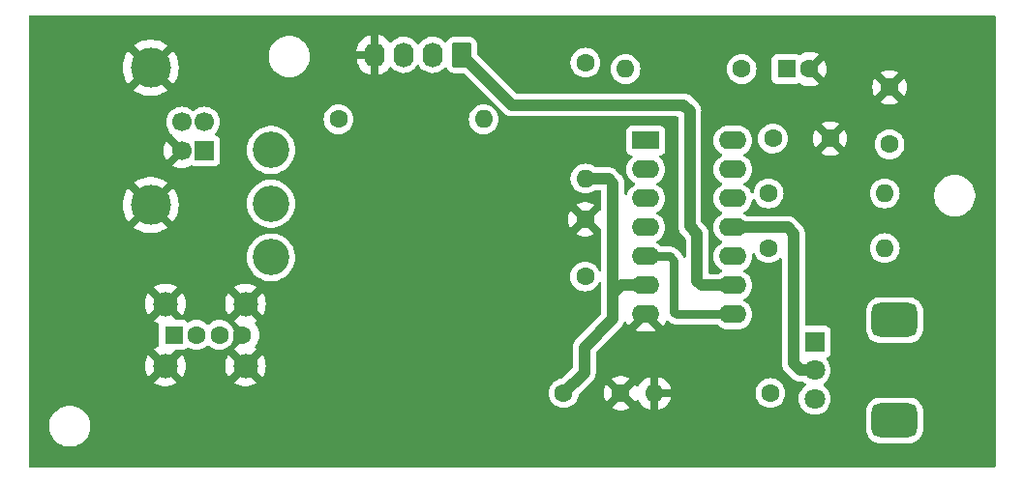
<source format=gbl>
G04 #@! TF.GenerationSoftware,KiCad,Pcbnew,7.0.1*
G04 #@! TF.CreationDate,2023-04-11T23:39:33+02:00*
G04 #@! TF.ProjectId,Usb Fume Extractor,55736220-4675-46d6-9520-457874726163,1.1*
G04 #@! TF.SameCoordinates,Original*
G04 #@! TF.FileFunction,Copper,L2,Bot*
G04 #@! TF.FilePolarity,Positive*
%FSLAX46Y46*%
G04 Gerber Fmt 4.6, Leading zero omitted, Abs format (unit mm)*
G04 Created by KiCad (PCBNEW 7.0.1) date 2023-04-11 23:39:33*
%MOMM*%
%LPD*%
G01*
G04 APERTURE LIST*
G04 Aperture macros list*
%AMRoundRect*
0 Rectangle with rounded corners*
0 $1 Rounding radius*
0 $2 $3 $4 $5 $6 $7 $8 $9 X,Y pos of 4 corners*
0 Add a 4 corners polygon primitive as box body*
4,1,4,$2,$3,$4,$5,$6,$7,$8,$9,$2,$3,0*
0 Add four circle primitives for the rounded corners*
1,1,$1+$1,$2,$3*
1,1,$1+$1,$4,$5*
1,1,$1+$1,$6,$7*
1,1,$1+$1,$8,$9*
0 Add four rect primitives between the rounded corners*
20,1,$1+$1,$2,$3,$4,$5,0*
20,1,$1+$1,$4,$5,$6,$7,0*
20,1,$1+$1,$6,$7,$8,$9,0*
20,1,$1+$1,$8,$9,$2,$3,0*%
G04 Aperture macros list end*
G04 #@! TA.AperFunction,ComponentPad*
%ADD10C,1.600000*%
G04 #@! TD*
G04 #@! TA.AperFunction,ComponentPad*
%ADD11O,1.600000X1.600000*%
G04 #@! TD*
G04 #@! TA.AperFunction,ComponentPad*
%ADD12R,1.700000X1.700000*%
G04 #@! TD*
G04 #@! TA.AperFunction,ComponentPad*
%ADD13C,1.700000*%
G04 #@! TD*
G04 #@! TA.AperFunction,ComponentPad*
%ADD14C,3.500000*%
G04 #@! TD*
G04 #@! TA.AperFunction,ComponentPad*
%ADD15R,2.400000X1.600000*%
G04 #@! TD*
G04 #@! TA.AperFunction,ComponentPad*
%ADD16O,2.400000X1.600000*%
G04 #@! TD*
G04 #@! TA.AperFunction,ComponentPad*
%ADD17RoundRect,0.250000X0.620000X0.845000X-0.620000X0.845000X-0.620000X-0.845000X0.620000X-0.845000X0*%
G04 #@! TD*
G04 #@! TA.AperFunction,ComponentPad*
%ADD18O,1.740000X2.190000*%
G04 #@! TD*
G04 #@! TA.AperFunction,ComponentPad*
%ADD19R,1.600000X1.600000*%
G04 #@! TD*
G04 #@! TA.AperFunction,ComponentPad*
%ADD20C,2.150000*%
G04 #@! TD*
G04 #@! TA.AperFunction,ComponentPad*
%ADD21R,1.800000X1.800000*%
G04 #@! TD*
G04 #@! TA.AperFunction,ComponentPad*
%ADD22C,1.800000*%
G04 #@! TD*
G04 #@! TA.AperFunction,ComponentPad*
%ADD23RoundRect,0.750000X-1.250000X-0.750000X1.250000X-0.750000X1.250000X0.750000X-1.250000X0.750000X0*%
G04 #@! TD*
G04 #@! TA.AperFunction,ComponentPad*
%ADD24C,3.200000*%
G04 #@! TD*
G04 #@! TA.AperFunction,ViaPad*
%ADD25C,0.500000*%
G04 #@! TD*
G04 #@! TA.AperFunction,Conductor*
%ADD26C,1.000000*%
G04 #@! TD*
G04 #@! TA.AperFunction,Conductor*
%ADD27C,0.750000*%
G04 #@! TD*
G04 APERTURE END LIST*
D10*
X134925000Y-80600000D03*
D11*
X145085000Y-80600000D03*
D10*
X134925000Y-75800000D03*
D11*
X145085000Y-75800000D03*
D12*
X85577500Y-72050000D03*
D13*
X85577500Y-69550000D03*
X83577500Y-69550000D03*
X83577500Y-72050000D03*
D14*
X80867500Y-76820000D03*
X80867500Y-64780000D03*
D15*
X124185000Y-71160000D03*
D16*
X124185000Y-73700000D03*
X124185000Y-76240000D03*
X124185000Y-78780000D03*
X124185000Y-81320000D03*
X124185000Y-83860000D03*
X124185000Y-86400000D03*
X131805000Y-86400000D03*
X131805000Y-83860000D03*
X131805000Y-81320000D03*
X131805000Y-78780000D03*
X131805000Y-76240000D03*
X131805000Y-73700000D03*
X131805000Y-71160000D03*
D17*
X108080000Y-63650000D03*
D18*
X105540000Y-63650000D03*
X103000000Y-63650000D03*
X100460000Y-63650000D03*
D19*
X82890000Y-88200000D03*
D10*
X84890000Y-88200000D03*
X86890000Y-88200000D03*
X88890000Y-88200000D03*
D20*
X82160000Y-85480000D03*
X82160000Y-90920000D03*
X89160000Y-85480000D03*
X89160000Y-90920000D03*
D10*
X145505000Y-71500000D03*
X145505000Y-66500000D03*
X97300000Y-69300000D03*
D11*
X110000000Y-69300000D03*
D21*
X138950000Y-88800000D03*
D22*
X138950000Y-91300000D03*
X138950000Y-93800000D03*
D23*
X145950000Y-86900000D03*
X145950000Y-95700000D03*
D10*
X118880000Y-83085000D03*
X118880000Y-78085000D03*
D19*
X136505000Y-64900000D03*
D10*
X138505000Y-64900000D03*
D24*
X91400000Y-81400000D03*
X91400000Y-76700000D03*
X91400000Y-72000000D03*
D10*
X118905000Y-64340000D03*
D11*
X118905000Y-74500000D03*
D10*
X117000000Y-93300000D03*
X122000000Y-93300000D03*
X135080000Y-93300000D03*
D11*
X124920000Y-93300000D03*
D10*
X132565000Y-64900000D03*
D11*
X122405000Y-64900000D03*
D10*
X135305000Y-70985000D03*
X140305000Y-70985000D03*
D25*
X101550000Y-84650000D03*
X100310000Y-78800000D03*
X101100000Y-78800000D03*
X106750000Y-83300000D03*
X108250000Y-83300000D03*
X101550000Y-83950000D03*
X101900000Y-78800000D03*
X107500000Y-83300000D03*
X101550000Y-85350000D03*
X100900000Y-82050000D03*
X100900000Y-82750000D03*
X106000000Y-83300000D03*
X102700000Y-78800000D03*
X101550000Y-86050000D03*
D26*
X121305000Y-74900000D02*
X120905000Y-74500000D01*
X118805000Y-89300000D02*
X118805000Y-91495000D01*
X121305000Y-84600000D02*
X121305000Y-74900000D01*
X124185000Y-83860000D02*
X122045000Y-83860000D01*
X120905000Y-74500000D02*
X118905000Y-74500000D01*
X121305000Y-84600000D02*
X121305000Y-86800000D01*
X121305000Y-86800000D02*
X118805000Y-89300000D01*
X122045000Y-83860000D02*
X121305000Y-84600000D01*
X118805000Y-91495000D02*
X117000000Y-93300000D01*
X129040000Y-83860000D02*
X128680000Y-83500000D01*
X128030000Y-78700000D02*
X128030000Y-68575000D01*
X131805000Y-83860000D02*
X129040000Y-83860000D01*
X128680000Y-83500000D02*
X128680000Y-79350000D01*
X128680000Y-79350000D02*
X128030000Y-78700000D01*
X112480000Y-68050000D02*
X108080000Y-63650000D01*
X127505000Y-68050000D02*
X112480000Y-68050000D01*
X128030000Y-68575000D02*
X127505000Y-68050000D01*
X137100000Y-90722792D02*
X137677208Y-91300000D01*
X137677208Y-91300000D02*
X138950000Y-91300000D01*
X136580000Y-78780000D02*
X137100000Y-79300000D01*
X131805000Y-78780000D02*
X136580000Y-78780000D01*
X137100000Y-79300000D02*
X137100000Y-90722792D01*
D27*
X126855000Y-86400000D02*
X131805000Y-86400000D01*
X126630000Y-81675000D02*
X126630000Y-86175000D01*
X124185000Y-81320000D02*
X126275000Y-81320000D01*
X126275000Y-81320000D02*
X126630000Y-81675000D01*
X126630000Y-86175000D02*
X126855000Y-86400000D01*
G04 #@! TA.AperFunction,Conductor*
G36*
X154737500Y-60217113D02*
G01*
X154782887Y-60262500D01*
X154799500Y-60324500D01*
X154799500Y-99675500D01*
X154782887Y-99737500D01*
X154737500Y-99782887D01*
X154675500Y-99799500D01*
X70324500Y-99799500D01*
X70262500Y-99782887D01*
X70217113Y-99737500D01*
X70200500Y-99675500D01*
X70200500Y-96334929D01*
X71999500Y-96334929D01*
X72039719Y-96601771D01*
X72094726Y-96780098D01*
X72119262Y-96859641D01*
X72173643Y-96972564D01*
X72236347Y-97102771D01*
X72236348Y-97102772D01*
X72236349Y-97102774D01*
X72388365Y-97325741D01*
X72571915Y-97523561D01*
X72782898Y-97691815D01*
X73016602Y-97826743D01*
X73267805Y-97925334D01*
X73530897Y-97985383D01*
X73588533Y-97989702D01*
X73732619Y-98000500D01*
X73732624Y-98000500D01*
X73867376Y-98000500D01*
X73867381Y-98000500D01*
X73993455Y-97991051D01*
X74069103Y-97985383D01*
X74332195Y-97925334D01*
X74583398Y-97826743D01*
X74817102Y-97691815D01*
X75028085Y-97523561D01*
X75211635Y-97325741D01*
X75363651Y-97102775D01*
X75480738Y-96859641D01*
X75560280Y-96601772D01*
X75573477Y-96514214D01*
X143449500Y-96514214D01*
X143459904Y-96646416D01*
X143514902Y-96864681D01*
X143607992Y-97069625D01*
X143736180Y-97254654D01*
X143895345Y-97413819D01*
X144080374Y-97542007D01*
X144285318Y-97635097D01*
X144503583Y-97690095D01*
X144503584Y-97690095D01*
X144503588Y-97690096D01*
X144635783Y-97700500D01*
X147264216Y-97700499D01*
X147396412Y-97690096D01*
X147396416Y-97690095D01*
X147614681Y-97635097D01*
X147649063Y-97619479D01*
X147819626Y-97542007D01*
X148004654Y-97413819D01*
X148163819Y-97254654D01*
X148292007Y-97069626D01*
X148385096Y-96864683D01*
X148386367Y-96859641D01*
X148440095Y-96646416D01*
X148440095Y-96646415D01*
X148440096Y-96646412D01*
X148450500Y-96514217D01*
X148450499Y-94885784D01*
X148440096Y-94753588D01*
X148440095Y-94753583D01*
X148385097Y-94535318D01*
X148292007Y-94330374D01*
X148163819Y-94145345D01*
X148004654Y-93986180D01*
X147819625Y-93857992D01*
X147614681Y-93764902D01*
X147396416Y-93709904D01*
X147330314Y-93704701D01*
X147264217Y-93699500D01*
X147264213Y-93699500D01*
X144635785Y-93699500D01*
X144503583Y-93709904D01*
X144285318Y-93764902D01*
X144080374Y-93857992D01*
X143895345Y-93986180D01*
X143736180Y-94145345D01*
X143607992Y-94330374D01*
X143514902Y-94535318D01*
X143459904Y-94753583D01*
X143456251Y-94800000D01*
X143450236Y-94876439D01*
X143449500Y-94885786D01*
X143449500Y-96514214D01*
X75573477Y-96514214D01*
X75600500Y-96334929D01*
X75600500Y-96065071D01*
X75560280Y-95798228D01*
X75480738Y-95540359D01*
X75363651Y-95297226D01*
X75211635Y-95074259D01*
X75028085Y-94876439D01*
X74817102Y-94708185D01*
X74583398Y-94573257D01*
X74332195Y-94474666D01*
X74306709Y-94468849D01*
X74069100Y-94414616D01*
X73867381Y-94399500D01*
X73867376Y-94399500D01*
X73732624Y-94399500D01*
X73732619Y-94399500D01*
X73530899Y-94414616D01*
X73267804Y-94474666D01*
X73016601Y-94573257D01*
X72782899Y-94708184D01*
X72571914Y-94876439D01*
X72388366Y-95074256D01*
X72236348Y-95297227D01*
X72119262Y-95540359D01*
X72039719Y-95798228D01*
X71999500Y-96065071D01*
X71999500Y-96334929D01*
X70200500Y-96334929D01*
X70200500Y-92398042D01*
X81176930Y-92398042D01*
X81270009Y-92461503D01*
X81509703Y-92576934D01*
X81763916Y-92655348D01*
X82026981Y-92695000D01*
X82293019Y-92695000D01*
X82556083Y-92655348D01*
X82810297Y-92576934D01*
X83049986Y-92461505D01*
X83143069Y-92398043D01*
X83143068Y-92398042D01*
X88176930Y-92398042D01*
X88270009Y-92461503D01*
X88509703Y-92576934D01*
X88763916Y-92655348D01*
X89026981Y-92695000D01*
X89293019Y-92695000D01*
X89556083Y-92655348D01*
X89810297Y-92576934D01*
X90049986Y-92461505D01*
X90143069Y-92398043D01*
X89160000Y-91414975D01*
X88176930Y-92398042D01*
X83143068Y-92398042D01*
X82160000Y-91414975D01*
X81176930Y-92398042D01*
X70200500Y-92398042D01*
X70200500Y-90920000D01*
X80380022Y-90920000D01*
X80399903Y-91185290D01*
X80459102Y-91444659D01*
X80556295Y-91692300D01*
X80679436Y-91905587D01*
X80679437Y-91905588D01*
X81665025Y-90920001D01*
X81665025Y-90920000D01*
X82654975Y-90920000D01*
X83640562Y-91905588D01*
X83640563Y-91905588D01*
X83763704Y-91692301D01*
X83860897Y-91444659D01*
X83920096Y-91185290D01*
X83939977Y-90920000D01*
X87380022Y-90920000D01*
X87399903Y-91185290D01*
X87459102Y-91444659D01*
X87556295Y-91692300D01*
X87679436Y-91905587D01*
X87679437Y-91905588D01*
X88665025Y-90920001D01*
X89654975Y-90920001D01*
X90640562Y-91905588D01*
X90640563Y-91905588D01*
X90763704Y-91692301D01*
X90860897Y-91444659D01*
X90920096Y-91185290D01*
X90939977Y-90920000D01*
X90920096Y-90654709D01*
X90860897Y-90395340D01*
X90763704Y-90147698D01*
X90640562Y-89934410D01*
X89654975Y-90920000D01*
X89654975Y-90920001D01*
X88665025Y-90920001D01*
X88665025Y-90920000D01*
X87679436Y-89934411D01*
X87556295Y-90147699D01*
X87459102Y-90395340D01*
X87399903Y-90654709D01*
X87380022Y-90920000D01*
X83939977Y-90920000D01*
X83920096Y-90654709D01*
X83860897Y-90395340D01*
X83763704Y-90147698D01*
X83640562Y-89934410D01*
X82654975Y-90920000D01*
X81665025Y-90920000D01*
X80679436Y-89934411D01*
X80556295Y-90147699D01*
X80459102Y-90395340D01*
X80399903Y-90654709D01*
X80380022Y-90920000D01*
X70200500Y-90920000D01*
X70200500Y-89441956D01*
X81176930Y-89441956D01*
X82160000Y-90425025D01*
X82160001Y-90425025D01*
X83048206Y-89536818D01*
X83088434Y-89509938D01*
X83135885Y-89500499D01*
X83737872Y-89500499D01*
X83797483Y-89494091D01*
X83932331Y-89443796D01*
X84047546Y-89357546D01*
X84054052Y-89348854D01*
X84103304Y-89309699D01*
X84165433Y-89299757D01*
X84224444Y-89321590D01*
X84237264Y-89330567D01*
X84237265Y-89330567D01*
X84237266Y-89330568D01*
X84443504Y-89426739D01*
X84663308Y-89485635D01*
X84890000Y-89505468D01*
X85116692Y-89485635D01*
X85336496Y-89426739D01*
X85542734Y-89330568D01*
X85729139Y-89200047D01*
X85802319Y-89126866D01*
X85857904Y-89094773D01*
X85922092Y-89094773D01*
X85977680Y-89126867D01*
X86050859Y-89200046D01*
X86237264Y-89330567D01*
X86237265Y-89330567D01*
X86237266Y-89330568D01*
X86443504Y-89426739D01*
X86663308Y-89485635D01*
X86890000Y-89505468D01*
X87116692Y-89485635D01*
X87336496Y-89426739D01*
X87340225Y-89425000D01*
X88159975Y-89425000D01*
X89160000Y-90425025D01*
X89160001Y-90425025D01*
X90143068Y-89441955D01*
X90042312Y-89373261D01*
X90043913Y-89370911D01*
X90013512Y-89346254D01*
X89989989Y-89293955D01*
X89992514Y-89236664D01*
X90020545Y-89186636D01*
X90077766Y-89124477D01*
X90213733Y-88916365D01*
X90313586Y-88688721D01*
X90374613Y-88447732D01*
X90395141Y-88200000D01*
X90374613Y-87952267D01*
X90313586Y-87711278D01*
X90213733Y-87483634D01*
X90077766Y-87275522D01*
X90020544Y-87213362D01*
X89992496Y-87163272D01*
X89990014Y-87105917D01*
X90013631Y-87053591D01*
X90043927Y-87029109D01*
X90042311Y-87026739D01*
X90143069Y-86958043D01*
X89160000Y-85974975D01*
X88159975Y-86975000D01*
X89297294Y-88112319D01*
X89329388Y-88167906D01*
X89329388Y-88232094D01*
X89297294Y-88287681D01*
X88159975Y-89425000D01*
X87340225Y-89425000D01*
X87542734Y-89330568D01*
X87729139Y-89200047D01*
X87890047Y-89039139D01*
X88020568Y-88852734D01*
X88116739Y-88646496D01*
X88169709Y-88448806D01*
X88201802Y-88393220D01*
X88395025Y-88200000D01*
X88201802Y-88006777D01*
X88169708Y-87951189D01*
X88151869Y-87884613D01*
X88116739Y-87753504D01*
X88020568Y-87547266D01*
X88008875Y-87530567D01*
X87890046Y-87360859D01*
X87729140Y-87199953D01*
X87542735Y-87069432D01*
X87336497Y-86973261D01*
X87116689Y-86914364D01*
X86890000Y-86894531D01*
X86663310Y-86914364D01*
X86443502Y-86973261D01*
X86237264Y-87069432D01*
X86050859Y-87199953D01*
X85977681Y-87273132D01*
X85922094Y-87305226D01*
X85857906Y-87305226D01*
X85802319Y-87273132D01*
X85729140Y-87199953D01*
X85542735Y-87069432D01*
X85336497Y-86973261D01*
X85116689Y-86914364D01*
X84890000Y-86894531D01*
X84663310Y-86914364D01*
X84443502Y-86973261D01*
X84237266Y-87069432D01*
X84224441Y-87078412D01*
X84165432Y-87100242D01*
X84103304Y-87090301D01*
X84054054Y-87051146D01*
X84047548Y-87042456D01*
X84047546Y-87042455D01*
X84047546Y-87042454D01*
X83932331Y-86956204D01*
X83797483Y-86905909D01*
X83737873Y-86899500D01*
X83737869Y-86899500D01*
X83135887Y-86899500D01*
X83088434Y-86890061D01*
X83048206Y-86863181D01*
X82160000Y-85974975D01*
X81176930Y-86958042D01*
X81270009Y-87021503D01*
X81509699Y-87136932D01*
X81513503Y-87138106D01*
X81517615Y-87140745D01*
X81518074Y-87140966D01*
X81518046Y-87141022D01*
X81569459Y-87174016D01*
X81598822Y-87233669D01*
X81595130Y-87276769D01*
X81597574Y-87277032D01*
X81595909Y-87292516D01*
X81595909Y-87292517D01*
X81592262Y-87326443D01*
X81589500Y-87352131D01*
X81589500Y-89047869D01*
X81597574Y-89122969D01*
X81595129Y-89123231D01*
X81598826Y-89166311D01*
X81569470Y-89225970D01*
X81518046Y-89258979D01*
X81518073Y-89259034D01*
X81517628Y-89259247D01*
X81513516Y-89261888D01*
X81509705Y-89263063D01*
X81270011Y-89378495D01*
X81176930Y-89441956D01*
X70200500Y-89441956D01*
X70200500Y-85480000D01*
X80380022Y-85480000D01*
X80399903Y-85745290D01*
X80459102Y-86004659D01*
X80556295Y-86252300D01*
X80679436Y-86465587D01*
X80679437Y-86465588D01*
X81665025Y-85480001D01*
X81665025Y-85480000D01*
X82654975Y-85480000D01*
X83640562Y-86465588D01*
X83640563Y-86465588D01*
X83763704Y-86252301D01*
X83860897Y-86004659D01*
X83920096Y-85745290D01*
X83939977Y-85480000D01*
X87380022Y-85480000D01*
X87399903Y-85745290D01*
X87459102Y-86004659D01*
X87556295Y-86252300D01*
X87679436Y-86465587D01*
X87679437Y-86465588D01*
X88665025Y-85480001D01*
X89654975Y-85480001D01*
X90640562Y-86465588D01*
X90640563Y-86465588D01*
X90763704Y-86252301D01*
X90860897Y-86004659D01*
X90920096Y-85745290D01*
X90939977Y-85480000D01*
X90920096Y-85214709D01*
X90860897Y-84955340D01*
X90763704Y-84707698D01*
X90640562Y-84494410D01*
X89654975Y-85480000D01*
X89654975Y-85480001D01*
X88665025Y-85480001D01*
X88665025Y-85480000D01*
X87679436Y-84494411D01*
X87556295Y-84707699D01*
X87459102Y-84955340D01*
X87399903Y-85214709D01*
X87380022Y-85480000D01*
X83939977Y-85480000D01*
X83920096Y-85214709D01*
X83860897Y-84955340D01*
X83763704Y-84707698D01*
X83640562Y-84494410D01*
X82654975Y-85480000D01*
X81665025Y-85480000D01*
X80679436Y-84494411D01*
X80556295Y-84707699D01*
X80459102Y-84955340D01*
X80399903Y-85214709D01*
X80380022Y-85480000D01*
X70200500Y-85480000D01*
X70200500Y-84001956D01*
X81176930Y-84001956D01*
X82160000Y-84985025D01*
X82160001Y-84985025D01*
X83143067Y-84001956D01*
X88176930Y-84001956D01*
X89160000Y-84985025D01*
X89160001Y-84985025D01*
X90143068Y-84001955D01*
X90049990Y-83938495D01*
X89810297Y-83823065D01*
X89556083Y-83744651D01*
X89293019Y-83705000D01*
X89026981Y-83705000D01*
X88763916Y-83744651D01*
X88509703Y-83823065D01*
X88270011Y-83938495D01*
X88176930Y-84001956D01*
X83143067Y-84001956D01*
X83143068Y-84001955D01*
X83049990Y-83938495D01*
X82810297Y-83823065D01*
X82556083Y-83744651D01*
X82293019Y-83705000D01*
X82026981Y-83705000D01*
X81763916Y-83744651D01*
X81509703Y-83823065D01*
X81270011Y-83938495D01*
X81176930Y-84001956D01*
X70200500Y-84001956D01*
X70200500Y-81399999D01*
X89294591Y-81399999D01*
X89314202Y-81686690D01*
X89372665Y-81968031D01*
X89468894Y-82238793D01*
X89601100Y-82493939D01*
X89766806Y-82728692D01*
X89766809Y-82728695D01*
X89766811Y-82728698D01*
X89888972Y-82859500D01*
X89962950Y-82938711D01*
X90063924Y-83020859D01*
X90185853Y-83120055D01*
X90431375Y-83269361D01*
X90694942Y-83383844D01*
X90971642Y-83461371D01*
X91256322Y-83500500D01*
X91543678Y-83500500D01*
X91828358Y-83461371D01*
X92105058Y-83383844D01*
X92368625Y-83269361D01*
X92614147Y-83120055D01*
X92837053Y-82938708D01*
X93033189Y-82728698D01*
X93198901Y-82493936D01*
X93331104Y-82238797D01*
X93427334Y-81968032D01*
X93485798Y-81686686D01*
X93505408Y-81400000D01*
X93485798Y-81113314D01*
X93460478Y-80991469D01*
X93427334Y-80831968D01*
X93337031Y-80577881D01*
X93331104Y-80561203D01*
X93198901Y-80306064D01*
X93198899Y-80306060D01*
X93033193Y-80071307D01*
X93033191Y-80071304D01*
X93033189Y-80071302D01*
X92837053Y-79861292D01*
X92837051Y-79861291D01*
X92837049Y-79861288D01*
X92614148Y-79679946D01*
X92614147Y-79679945D01*
X92368625Y-79530639D01*
X92368626Y-79530639D01*
X92368622Y-79530637D01*
X92105060Y-79416157D01*
X92105058Y-79416156D01*
X91924168Y-79365473D01*
X118094500Y-79365473D01*
X118275396Y-79463369D01*
X118510506Y-79544083D01*
X118755707Y-79585000D01*
X119004293Y-79585000D01*
X119249493Y-79544083D01*
X119484603Y-79463369D01*
X119665498Y-79365473D01*
X118880000Y-78579975D01*
X118094500Y-79365473D01*
X91924168Y-79365473D01*
X91902001Y-79359262D01*
X91828355Y-79338628D01*
X91543678Y-79299500D01*
X91256322Y-79299500D01*
X90971644Y-79338628D01*
X90809245Y-79384130D01*
X90694942Y-79416156D01*
X90694940Y-79416156D01*
X90694939Y-79416157D01*
X90431377Y-79530637D01*
X90185851Y-79679946D01*
X89962950Y-79861288D01*
X89766806Y-80071307D01*
X89601100Y-80306060D01*
X89468894Y-80561206D01*
X89372665Y-80831968D01*
X89314202Y-81113309D01*
X89294591Y-81399999D01*
X70200500Y-81399999D01*
X70200500Y-78782294D01*
X79400177Y-78782294D01*
X79400178Y-78782295D01*
X79552128Y-78892693D01*
X79822276Y-79041208D01*
X80108911Y-79154695D01*
X80407508Y-79231361D01*
X80713357Y-79270000D01*
X81021643Y-79270000D01*
X81327491Y-79231361D01*
X81626088Y-79154695D01*
X81912723Y-79041208D01*
X82182871Y-78892693D01*
X82334820Y-78782296D01*
X82334821Y-78782294D01*
X80867500Y-77314974D01*
X79400177Y-78782294D01*
X70200500Y-78782294D01*
X70200500Y-76820000D01*
X78412655Y-76820000D01*
X78432012Y-77127669D01*
X78489779Y-77430495D01*
X78585043Y-77723685D01*
X78716306Y-78002633D01*
X78881488Y-78262921D01*
X78903271Y-78289252D01*
X80372524Y-76820000D01*
X81362474Y-76820000D01*
X82831726Y-78289253D01*
X82853509Y-78262922D01*
X83018693Y-78002633D01*
X83149956Y-77723685D01*
X83245220Y-77430495D01*
X83302987Y-77127669D01*
X83322344Y-76820000D01*
X83314794Y-76700000D01*
X89294591Y-76700000D01*
X89314202Y-76986690D01*
X89372665Y-77268031D01*
X89468894Y-77538793D01*
X89601100Y-77793939D01*
X89766806Y-78028692D01*
X89766809Y-78028695D01*
X89766811Y-78028698D01*
X89958754Y-78234218D01*
X89962950Y-78238711D01*
X90025074Y-78289252D01*
X90185853Y-78420055D01*
X90431375Y-78569361D01*
X90694942Y-78683844D01*
X90971642Y-78761371D01*
X91256322Y-78800500D01*
X91543678Y-78800500D01*
X91828358Y-78761371D01*
X92105058Y-78683844D01*
X92368625Y-78569361D01*
X92614147Y-78420055D01*
X92837053Y-78238708D01*
X92980607Y-78084999D01*
X117374858Y-78084999D01*
X117395386Y-78332732D01*
X117456413Y-78573721D01*
X117556267Y-78801367D01*
X117600679Y-78869344D01*
X118385025Y-78085001D01*
X118385025Y-78085000D01*
X117600679Y-77300654D01*
X117556267Y-77368631D01*
X117456413Y-77596278D01*
X117395386Y-77837267D01*
X117374858Y-78084999D01*
X92980607Y-78084999D01*
X93033189Y-78028698D01*
X93168315Y-77837267D01*
X93198899Y-77793939D01*
X93198901Y-77793936D01*
X93331104Y-77538797D01*
X93427334Y-77268032D01*
X93485798Y-76986686D01*
X93498258Y-76804525D01*
X118094500Y-76804525D01*
X118880000Y-77590025D01*
X118880001Y-77590025D01*
X119665498Y-76804525D01*
X119484603Y-76706630D01*
X119249493Y-76625916D01*
X119004293Y-76585000D01*
X118755707Y-76585000D01*
X118510506Y-76625916D01*
X118275393Y-76706631D01*
X118094500Y-76804524D01*
X118094500Y-76804525D01*
X93498258Y-76804525D01*
X93505408Y-76700000D01*
X93485798Y-76413314D01*
X93427334Y-76131968D01*
X93331104Y-75861203D01*
X93211598Y-75630568D01*
X93198899Y-75606060D01*
X93033193Y-75371307D01*
X93033191Y-75371304D01*
X93033189Y-75371302D01*
X92837053Y-75161292D01*
X92837051Y-75161291D01*
X92837049Y-75161288D01*
X92614148Y-74979946D01*
X92614147Y-74979945D01*
X92368625Y-74830639D01*
X92368626Y-74830639D01*
X92368622Y-74830637D01*
X92105060Y-74716157D01*
X92105058Y-74716156D01*
X91880670Y-74653286D01*
X91828355Y-74638628D01*
X91543678Y-74599500D01*
X91256322Y-74599500D01*
X90971644Y-74638628D01*
X90836695Y-74676439D01*
X90694942Y-74716156D01*
X90694940Y-74716156D01*
X90694939Y-74716157D01*
X90431377Y-74830637D01*
X90185851Y-74979946D01*
X89962950Y-75161288D01*
X89766806Y-75371307D01*
X89601100Y-75606060D01*
X89468894Y-75861206D01*
X89372665Y-76131968D01*
X89314202Y-76413309D01*
X89294591Y-76700000D01*
X83314794Y-76700000D01*
X83302987Y-76512330D01*
X83245220Y-76209504D01*
X83149956Y-75916314D01*
X83018693Y-75637366D01*
X82853510Y-75377078D01*
X82831726Y-75350746D01*
X81362474Y-76820000D01*
X80372524Y-76820000D01*
X80372525Y-76819999D01*
X78903272Y-75350745D01*
X78903271Y-75350745D01*
X78881490Y-75377075D01*
X78716306Y-75637366D01*
X78585043Y-75916314D01*
X78489779Y-76209504D01*
X78432012Y-76512330D01*
X78412655Y-76820000D01*
X70200500Y-76820000D01*
X70200500Y-74857704D01*
X79400178Y-74857704D01*
X80867500Y-76325025D01*
X82334820Y-74857705D01*
X82334820Y-74857703D01*
X82182871Y-74747306D01*
X81912723Y-74598791D01*
X81626088Y-74485304D01*
X81327491Y-74408638D01*
X81021643Y-74370000D01*
X80713357Y-74370000D01*
X80407508Y-74408638D01*
X80108911Y-74485304D01*
X79822276Y-74598791D01*
X79552128Y-74747306D01*
X79400178Y-74857703D01*
X79400178Y-74857704D01*
X70200500Y-74857704D01*
X70200500Y-72050000D01*
X82022707Y-72050000D01*
X82041849Y-72293224D01*
X82098803Y-72530457D01*
X82192168Y-72755861D01*
X82262269Y-72870255D01*
X83082525Y-72050001D01*
X83082525Y-72050000D01*
X82262269Y-71229743D01*
X82192168Y-71344139D01*
X82098803Y-71569542D01*
X82041849Y-71806775D01*
X82022707Y-72050000D01*
X70200500Y-72050000D01*
X70200500Y-69549999D01*
X82221840Y-69549999D01*
X82242436Y-69785407D01*
X82273007Y-69899500D01*
X82303597Y-70013663D01*
X82403465Y-70227830D01*
X82539005Y-70421401D01*
X82706099Y-70588495D01*
X82708588Y-70590238D01*
X82712136Y-70594532D01*
X82713770Y-70596166D01*
X82713614Y-70596321D01*
X82750632Y-70641128D01*
X82760603Y-70706386D01*
X82757243Y-70734769D01*
X83577500Y-71555025D01*
X83984793Y-71962318D01*
X84016887Y-72017905D01*
X84016887Y-72082093D01*
X83984793Y-72137680D01*
X82757243Y-73365229D01*
X82871637Y-73435330D01*
X83097042Y-73528696D01*
X83334275Y-73585650D01*
X83577500Y-73604792D01*
X83820724Y-73585650D01*
X84057957Y-73528696D01*
X84283359Y-73435331D01*
X84401055Y-73363206D01*
X84453912Y-73345509D01*
X84509177Y-73352750D01*
X84620017Y-73394091D01*
X84679627Y-73400500D01*
X86475372Y-73400499D01*
X86534983Y-73394091D01*
X86669831Y-73343796D01*
X86785046Y-73257546D01*
X86871296Y-73142331D01*
X86921591Y-73007483D01*
X86928000Y-72947873D01*
X86927999Y-72000000D01*
X89294591Y-72000000D01*
X89314202Y-72286690D01*
X89372665Y-72568031D01*
X89468894Y-72838793D01*
X89601100Y-73093939D01*
X89766806Y-73328692D01*
X89766809Y-73328695D01*
X89766811Y-73328698D01*
X89962947Y-73538708D01*
X89962950Y-73538711D01*
X90063735Y-73620705D01*
X90185853Y-73720055D01*
X90431375Y-73869361D01*
X90694942Y-73983844D01*
X90971642Y-74061371D01*
X91256322Y-74100500D01*
X91543678Y-74100500D01*
X91828358Y-74061371D01*
X92105058Y-73983844D01*
X92368625Y-73869361D01*
X92614147Y-73720055D01*
X92837053Y-73538708D01*
X93033189Y-73328698D01*
X93198901Y-73093936D01*
X93331104Y-72838797D01*
X93427334Y-72568032D01*
X93485798Y-72286686D01*
X93505408Y-72000000D01*
X93485798Y-71713314D01*
X93427334Y-71431968D01*
X93331104Y-71161203D01*
X93198901Y-70906064D01*
X93198899Y-70906060D01*
X93033193Y-70671307D01*
X93033191Y-70671304D01*
X93033189Y-70671302D01*
X92837053Y-70461292D01*
X92837051Y-70461291D01*
X92837049Y-70461288D01*
X92638856Y-70300047D01*
X92614147Y-70279945D01*
X92416830Y-70159953D01*
X92368622Y-70130637D01*
X92105060Y-70016157D01*
X92105058Y-70016156D01*
X91902001Y-69959262D01*
X91828355Y-69938628D01*
X91543678Y-69899500D01*
X91256322Y-69899500D01*
X90971644Y-69938628D01*
X90806308Y-69984953D01*
X90694942Y-70016156D01*
X90694940Y-70016156D01*
X90694939Y-70016157D01*
X90431377Y-70130637D01*
X90185851Y-70279946D01*
X89962950Y-70461288D01*
X89766806Y-70671307D01*
X89601100Y-70906060D01*
X89468894Y-71161206D01*
X89372665Y-71431968D01*
X89314202Y-71713309D01*
X89294591Y-72000000D01*
X86927999Y-72000000D01*
X86927999Y-71152128D01*
X86921591Y-71092517D01*
X86871296Y-70957669D01*
X86785046Y-70842454D01*
X86669831Y-70756204D01*
X86669830Y-70756203D01*
X86669828Y-70756202D01*
X86567550Y-70718054D01*
X86517171Y-70683075D01*
X86489718Y-70628230D01*
X86491907Y-70566938D01*
X86523200Y-70514195D01*
X86615995Y-70421401D01*
X86751535Y-70227830D01*
X86851403Y-70013663D01*
X86912563Y-69785408D01*
X86933159Y-69550000D01*
X86912563Y-69314592D01*
X86908653Y-69300000D01*
X95994531Y-69300000D01*
X96014364Y-69526689D01*
X96073261Y-69746497D01*
X96169432Y-69952735D01*
X96299953Y-70139140D01*
X96460859Y-70300046D01*
X96647264Y-70430567D01*
X96647265Y-70430567D01*
X96647266Y-70430568D01*
X96853504Y-70526739D01*
X97073308Y-70585635D01*
X97224436Y-70598857D01*
X97299999Y-70605468D01*
X97299999Y-70605467D01*
X97300000Y-70605468D01*
X97526692Y-70585635D01*
X97746496Y-70526739D01*
X97952734Y-70430568D01*
X98139139Y-70300047D01*
X98300047Y-70139139D01*
X98430568Y-69952734D01*
X98526739Y-69746496D01*
X98585635Y-69526692D01*
X98605468Y-69300000D01*
X108694531Y-69300000D01*
X108714364Y-69526689D01*
X108773261Y-69746497D01*
X108869432Y-69952735D01*
X108999953Y-70139140D01*
X109160859Y-70300046D01*
X109347264Y-70430567D01*
X109347265Y-70430567D01*
X109347266Y-70430568D01*
X109553504Y-70526739D01*
X109773308Y-70585635D01*
X109924436Y-70598857D01*
X109999999Y-70605468D01*
X109999999Y-70605467D01*
X110000000Y-70605468D01*
X110226692Y-70585635D01*
X110446496Y-70526739D01*
X110652734Y-70430568D01*
X110839139Y-70300047D01*
X111000047Y-70139139D01*
X111130568Y-69952734D01*
X111226739Y-69746496D01*
X111285635Y-69526692D01*
X111305468Y-69300000D01*
X111285635Y-69073308D01*
X111226739Y-68853504D01*
X111130568Y-68647266D01*
X111125553Y-68640104D01*
X111000046Y-68460859D01*
X110839140Y-68299953D01*
X110652735Y-68169432D01*
X110446497Y-68073261D01*
X110226689Y-68014364D01*
X110000000Y-67994531D01*
X109773310Y-68014364D01*
X109553502Y-68073261D01*
X109347264Y-68169432D01*
X109160859Y-68299953D01*
X108999953Y-68460859D01*
X108869432Y-68647264D01*
X108773261Y-68853502D01*
X108714364Y-69073310D01*
X108694531Y-69300000D01*
X98605468Y-69300000D01*
X98585635Y-69073308D01*
X98526739Y-68853504D01*
X98430568Y-68647266D01*
X98425553Y-68640104D01*
X98300046Y-68460859D01*
X98139140Y-68299953D01*
X97952735Y-68169432D01*
X97746497Y-68073261D01*
X97526689Y-68014364D01*
X97300000Y-67994531D01*
X97073310Y-68014364D01*
X96853502Y-68073261D01*
X96647264Y-68169432D01*
X96460859Y-68299953D01*
X96299953Y-68460859D01*
X96169432Y-68647264D01*
X96073261Y-68853502D01*
X96014364Y-69073310D01*
X95994531Y-69300000D01*
X86908653Y-69300000D01*
X86851403Y-69086337D01*
X86751535Y-68872171D01*
X86615995Y-68678599D01*
X86448901Y-68511505D01*
X86255330Y-68375965D01*
X86041163Y-68276097D01*
X85980002Y-68259709D01*
X85812907Y-68214936D01*
X85577499Y-68194340D01*
X85342092Y-68214936D01*
X85113836Y-68276097D01*
X84899670Y-68375965D01*
X84706098Y-68511505D01*
X84665181Y-68552423D01*
X84609594Y-68584517D01*
X84545406Y-68584517D01*
X84489819Y-68552423D01*
X84448904Y-68511508D01*
X84448901Y-68511505D01*
X84255330Y-68375965D01*
X84041163Y-68276097D01*
X83980002Y-68259709D01*
X83812907Y-68214936D01*
X83577499Y-68194340D01*
X83342092Y-68214936D01*
X83113836Y-68276097D01*
X82899670Y-68375965D01*
X82706098Y-68511505D01*
X82539005Y-68678598D01*
X82403465Y-68872170D01*
X82303597Y-69086336D01*
X82242436Y-69314592D01*
X82221840Y-69549999D01*
X70200500Y-69549999D01*
X70200500Y-66742294D01*
X79400177Y-66742294D01*
X79400178Y-66742295D01*
X79552128Y-66852693D01*
X79822276Y-67001208D01*
X80108911Y-67114695D01*
X80407508Y-67191361D01*
X80713357Y-67230000D01*
X81021643Y-67230000D01*
X81327491Y-67191361D01*
X81626088Y-67114695D01*
X81912723Y-67001208D01*
X82182871Y-66852693D01*
X82334820Y-66742296D01*
X82334821Y-66742294D01*
X80867500Y-65274974D01*
X79400177Y-66742294D01*
X70200500Y-66742294D01*
X70200500Y-64779999D01*
X78412655Y-64779999D01*
X78432012Y-65087669D01*
X78489779Y-65390495D01*
X78585043Y-65683685D01*
X78716306Y-65962633D01*
X78881488Y-66222921D01*
X78903271Y-66249252D01*
X78903272Y-66249252D01*
X80372525Y-64780001D01*
X80372525Y-64780000D01*
X81362474Y-64780000D01*
X82831726Y-66249253D01*
X82853509Y-66222922D01*
X83018693Y-65962633D01*
X83149956Y-65683685D01*
X83245220Y-65390495D01*
X83302987Y-65087669D01*
X83322344Y-64779999D01*
X83302987Y-64472330D01*
X83245220Y-64169504D01*
X83169001Y-63934929D01*
X91199500Y-63934929D01*
X91239719Y-64201771D01*
X91253752Y-64247264D01*
X91317368Y-64453502D01*
X91319262Y-64459640D01*
X91436347Y-64702771D01*
X91436348Y-64702772D01*
X91436349Y-64702774D01*
X91588365Y-64925741D01*
X91771915Y-65123561D01*
X91982898Y-65291815D01*
X92216602Y-65426743D01*
X92467805Y-65525334D01*
X92730897Y-65585383D01*
X92788533Y-65589702D01*
X92932619Y-65600500D01*
X92932624Y-65600500D01*
X93067376Y-65600500D01*
X93067381Y-65600500D01*
X93193455Y-65591051D01*
X93269103Y-65585383D01*
X93532195Y-65525334D01*
X93783398Y-65426743D01*
X94017102Y-65291815D01*
X94228085Y-65123561D01*
X94411635Y-64925741D01*
X94563651Y-64702775D01*
X94680738Y-64459641D01*
X94760280Y-64201772D01*
X94790692Y-64000000D01*
X98894983Y-64000000D01*
X98905289Y-64127664D01*
X98965952Y-64373784D01*
X99065313Y-64606993D01*
X99200791Y-64821234D01*
X99368882Y-65010971D01*
X99565236Y-65171287D01*
X99784762Y-65298031D01*
X100021777Y-65387920D01*
X100110000Y-65405930D01*
X100110000Y-64000000D01*
X98894983Y-64000000D01*
X94790692Y-64000000D01*
X94800500Y-63934929D01*
X94800500Y-63665071D01*
X94760280Y-63398228D01*
X94729981Y-63300000D01*
X98890000Y-63300000D01*
X100110000Y-63300000D01*
X100110000Y-61894069D01*
X100810000Y-61894069D01*
X100810000Y-65408156D01*
X101018538Y-65347752D01*
X101247555Y-65239082D01*
X101456169Y-65095085D01*
X101638984Y-64919490D01*
X101755126Y-64764933D01*
X101795558Y-64730198D01*
X101846837Y-64715647D01*
X101899488Y-64723969D01*
X101943778Y-64753624D01*
X102091272Y-64907516D01*
X102278839Y-65046240D01*
X102487153Y-65151270D01*
X102710220Y-65219583D01*
X102941624Y-65249216D01*
X103174707Y-65239314D01*
X103402765Y-65190164D01*
X103619235Y-65103179D01*
X103817891Y-64980862D01*
X103993018Y-64826731D01*
X104139578Y-64645220D01*
X104162102Y-64604899D01*
X104205342Y-64559783D01*
X104265094Y-64541484D01*
X104326182Y-64554649D01*
X104373092Y-64595935D01*
X104454003Y-64715647D01*
X104469847Y-64739088D01*
X104631272Y-64907516D01*
X104818839Y-65046240D01*
X105027153Y-65151270D01*
X105250220Y-65219583D01*
X105481624Y-65249216D01*
X105714707Y-65239314D01*
X105942765Y-65190164D01*
X106159235Y-65103179D01*
X106357891Y-64980862D01*
X106533018Y-64826731D01*
X106564911Y-64787231D01*
X106618178Y-64748902D01*
X106683547Y-64743126D01*
X106742710Y-64771521D01*
X106764344Y-64803993D01*
X106767578Y-64801999D01*
X106775185Y-64814333D01*
X106775186Y-64814334D01*
X106795818Y-64847785D01*
X106867288Y-64963657D01*
X106991342Y-65087711D01*
X107016420Y-65103179D01*
X107140666Y-65179814D01*
X107252016Y-65216712D01*
X107307202Y-65234999D01*
X107317702Y-65236071D01*
X107409991Y-65245500D01*
X108209216Y-65245499D01*
X108256669Y-65254938D01*
X108296897Y-65281818D01*
X111762449Y-68747370D01*
X111764642Y-68749619D01*
X111824941Y-68813053D01*
X111873358Y-68846752D01*
X111880865Y-68852413D01*
X111926593Y-68889698D01*
X111953556Y-68903782D01*
X111966980Y-68911915D01*
X111991951Y-68929295D01*
X112046163Y-68952559D01*
X112054663Y-68956595D01*
X112106950Y-68983908D01*
X112106951Y-68983909D01*
X112136196Y-68992277D01*
X112150986Y-68997543D01*
X112158464Y-69000752D01*
X112178942Y-69009540D01*
X112236737Y-69021416D01*
X112245854Y-69023654D01*
X112302582Y-69039887D01*
X112332916Y-69042196D01*
X112348453Y-69044374D01*
X112378259Y-69050500D01*
X112437243Y-69050500D01*
X112446657Y-69050858D01*
X112505477Y-69055337D01*
X112535652Y-69051493D01*
X112551318Y-69050500D01*
X126905500Y-69050500D01*
X126967500Y-69067113D01*
X127012887Y-69112500D01*
X127029500Y-69174500D01*
X127029500Y-78685721D01*
X127029460Y-78688863D01*
X127027242Y-78776362D01*
X127037648Y-78834420D01*
X127038957Y-78843749D01*
X127044926Y-78902438D01*
X127054033Y-78931467D01*
X127057772Y-78946702D01*
X127063141Y-78976652D01*
X127085020Y-79031425D01*
X127088180Y-79040300D01*
X127105841Y-79096588D01*
X127120607Y-79123191D01*
X127127337Y-79137364D01*
X127138622Y-79165617D01*
X127171080Y-79214867D01*
X127175961Y-79222923D01*
X127204590Y-79274501D01*
X127224404Y-79297581D01*
X127233856Y-79310116D01*
X127236588Y-79314262D01*
X127250599Y-79335520D01*
X127292299Y-79377220D01*
X127298704Y-79384130D01*
X127337137Y-79428898D01*
X127361193Y-79447519D01*
X127372972Y-79457893D01*
X127515032Y-79599953D01*
X127643181Y-79728101D01*
X127670061Y-79768329D01*
X127679500Y-79815782D01*
X127679500Y-81291519D01*
X127660340Y-81357735D01*
X127608782Y-81403488D01*
X127540758Y-81414640D01*
X127477290Y-81387744D01*
X127437991Y-81331112D01*
X127429267Y-81305220D01*
X127429173Y-81305064D01*
X127419026Y-81283890D01*
X127418961Y-81283712D01*
X127374959Y-81214871D01*
X127373220Y-81212068D01*
X127331089Y-81142046D01*
X127330956Y-81141906D01*
X127316503Y-81123417D01*
X127316400Y-81123256D01*
X127258658Y-81065514D01*
X127256316Y-81063108D01*
X127200130Y-81003793D01*
X127199970Y-81003685D01*
X127181877Y-80988733D01*
X126922793Y-80729649D01*
X126915965Y-80722242D01*
X126880634Y-80680646D01*
X126880632Y-80680645D01*
X126880631Y-80680643D01*
X126815590Y-80631201D01*
X126812961Y-80629145D01*
X126776703Y-80600000D01*
X126749297Y-80577970D01*
X126749294Y-80577968D01*
X126749290Y-80577965D01*
X126749120Y-80577881D01*
X126729187Y-80565517D01*
X126729035Y-80565401D01*
X126719961Y-80561203D01*
X126654896Y-80531100D01*
X126651872Y-80529650D01*
X126578692Y-80493358D01*
X126578499Y-80493310D01*
X126556375Y-80485520D01*
X126556196Y-80485437D01*
X126476412Y-80467874D01*
X126473146Y-80467109D01*
X126393885Y-80447399D01*
X126393689Y-80447394D01*
X126370418Y-80444544D01*
X126370218Y-80444500D01*
X126370216Y-80444500D01*
X126288537Y-80444500D01*
X126285179Y-80444455D01*
X126203528Y-80442243D01*
X126203527Y-80442243D01*
X126203342Y-80442278D01*
X126179976Y-80444500D01*
X125600048Y-80444500D01*
X125552595Y-80435061D01*
X125512369Y-80408183D01*
X125424139Y-80319953D01*
X125424138Y-80319952D01*
X125424136Y-80319950D01*
X125237732Y-80189430D01*
X125179724Y-80162380D01*
X125127549Y-80116623D01*
X125108130Y-80049997D01*
X125127550Y-79983373D01*
X125179721Y-79937619D01*
X125237734Y-79910568D01*
X125424139Y-79780047D01*
X125585047Y-79619139D01*
X125715568Y-79432734D01*
X125811739Y-79226496D01*
X125870635Y-79006692D01*
X125890468Y-78780000D01*
X125870635Y-78553308D01*
X125811739Y-78333504D01*
X125715568Y-78127266D01*
X125685973Y-78085000D01*
X125585046Y-77940859D01*
X125424140Y-77779953D01*
X125237733Y-77649431D01*
X125196727Y-77630310D01*
X125179724Y-77622381D01*
X125127549Y-77576625D01*
X125108129Y-77510000D01*
X125127549Y-77443375D01*
X125179725Y-77397618D01*
X125237734Y-77370568D01*
X125424139Y-77240047D01*
X125585047Y-77079139D01*
X125715568Y-76892734D01*
X125811739Y-76686496D01*
X125870635Y-76466692D01*
X125890468Y-76240000D01*
X125870635Y-76013308D01*
X125811739Y-75793504D01*
X125715568Y-75587266D01*
X125670516Y-75522925D01*
X125585046Y-75400859D01*
X125424140Y-75239953D01*
X125237733Y-75109431D01*
X125179725Y-75082382D01*
X125127549Y-75036625D01*
X125108129Y-74970000D01*
X125127549Y-74903375D01*
X125179725Y-74857618D01*
X125237734Y-74830568D01*
X125424139Y-74700047D01*
X125585047Y-74539139D01*
X125715568Y-74352734D01*
X125811739Y-74146496D01*
X125870635Y-73926692D01*
X125890468Y-73700000D01*
X125870635Y-73473308D01*
X125811739Y-73253504D01*
X125715568Y-73047266D01*
X125645972Y-72947872D01*
X125585046Y-72860859D01*
X125424140Y-72699953D01*
X125399537Y-72682726D01*
X125360399Y-72637884D01*
X125346666Y-72579970D01*
X125361500Y-72522328D01*
X125401485Y-72478239D01*
X125457406Y-72457861D01*
X125492483Y-72454091D01*
X125627331Y-72403796D01*
X125742546Y-72317546D01*
X125828796Y-72202331D01*
X125879091Y-72067483D01*
X125885500Y-72007873D01*
X125885499Y-70312128D01*
X125879091Y-70252517D01*
X125828796Y-70117669D01*
X125742546Y-70002454D01*
X125627331Y-69916204D01*
X125492483Y-69865909D01*
X125432873Y-69859500D01*
X125432869Y-69859500D01*
X122937130Y-69859500D01*
X122877515Y-69865909D01*
X122742669Y-69916204D01*
X122627454Y-70002454D01*
X122541204Y-70117668D01*
X122490909Y-70252515D01*
X122490909Y-70252517D01*
X122489177Y-70268631D01*
X122484500Y-70312130D01*
X122484500Y-72007869D01*
X122490909Y-72067484D01*
X122516056Y-72134907D01*
X122541204Y-72202331D01*
X122627454Y-72317546D01*
X122742669Y-72403796D01*
X122877517Y-72454091D01*
X122912594Y-72457862D01*
X122968513Y-72478239D01*
X123008497Y-72522327D01*
X123023332Y-72579968D01*
X123009600Y-72637881D01*
X122970464Y-72682724D01*
X122945860Y-72699952D01*
X122784953Y-72860859D01*
X122654432Y-73047264D01*
X122558261Y-73253502D01*
X122499364Y-73473310D01*
X122479531Y-73700000D01*
X122499364Y-73926689D01*
X122558261Y-74146497D01*
X122654432Y-74352735D01*
X122784953Y-74539140D01*
X122945859Y-74700046D01*
X123039454Y-74765581D01*
X123132266Y-74830568D01*
X123190275Y-74857618D01*
X123242450Y-74903375D01*
X123261869Y-74970000D01*
X123242450Y-75036625D01*
X123190275Y-75082382D01*
X123132263Y-75109433D01*
X122945859Y-75239953D01*
X122784953Y-75400859D01*
X122654432Y-75587264D01*
X122558261Y-75793503D01*
X122549275Y-75827040D01*
X122520922Y-75878720D01*
X122471911Y-75911469D01*
X122413315Y-75917886D01*
X122358377Y-75896522D01*
X122319511Y-75852204D01*
X122305500Y-75794947D01*
X122305500Y-74914238D01*
X122305540Y-74911096D01*
X122307756Y-74823639D01*
X122307755Y-74823638D01*
X122307756Y-74823636D01*
X122297345Y-74765554D01*
X122296042Y-74756263D01*
X122290074Y-74697562D01*
X122280964Y-74668528D01*
X122277223Y-74653286D01*
X122274596Y-74638629D01*
X122271858Y-74623347D01*
X122271857Y-74623345D01*
X122271857Y-74623343D01*
X122249976Y-74568565D01*
X122246816Y-74559689D01*
X122244056Y-74550892D01*
X122229159Y-74503412D01*
X122214395Y-74476812D01*
X122207660Y-74462631D01*
X122196377Y-74434383D01*
X122163917Y-74385131D01*
X122159036Y-74377074D01*
X122155110Y-74370000D01*
X122130409Y-74325498D01*
X122110582Y-74302403D01*
X122101146Y-74289888D01*
X122084402Y-74264481D01*
X122084400Y-74264479D01*
X122084399Y-74264477D01*
X122042699Y-74222778D01*
X122036294Y-74215867D01*
X121997866Y-74171105D01*
X121973807Y-74152482D01*
X121962027Y-74142107D01*
X121622566Y-73802646D01*
X121620373Y-73800397D01*
X121560059Y-73736946D01*
X121511642Y-73703247D01*
X121504119Y-73697575D01*
X121458405Y-73660300D01*
X121431440Y-73646215D01*
X121418019Y-73638084D01*
X121393049Y-73620705D01*
X121393048Y-73620704D01*
X121393046Y-73620703D01*
X121338845Y-73597443D01*
X121330336Y-73593402D01*
X121278053Y-73566092D01*
X121272126Y-73564396D01*
X121248798Y-73557721D01*
X121234020Y-73552459D01*
X121206058Y-73540460D01*
X121148272Y-73528583D01*
X121139128Y-73526338D01*
X121082421Y-73510113D01*
X121052075Y-73507802D01*
X121036534Y-73505622D01*
X121006742Y-73499500D01*
X121006741Y-73499500D01*
X120947758Y-73499500D01*
X120938344Y-73499142D01*
X120929198Y-73498445D01*
X120879524Y-73494663D01*
X120879523Y-73494663D01*
X120849349Y-73498506D01*
X120833683Y-73499500D01*
X119782588Y-73499500D01*
X119745301Y-73493761D01*
X119711465Y-73477075D01*
X119706085Y-73473308D01*
X119557734Y-73369432D01*
X119521962Y-73352751D01*
X119351497Y-73273261D01*
X119131689Y-73214364D01*
X118905000Y-73194531D01*
X118678310Y-73214364D01*
X118458502Y-73273261D01*
X118252264Y-73369432D01*
X118065859Y-73499953D01*
X117904953Y-73660859D01*
X117774432Y-73847264D01*
X117678261Y-74053502D01*
X117619364Y-74273310D01*
X117599531Y-74499999D01*
X117619364Y-74726689D01*
X117678261Y-74946497D01*
X117774432Y-75152735D01*
X117904953Y-75339140D01*
X118065859Y-75500046D01*
X118252264Y-75630567D01*
X118252265Y-75630567D01*
X118252266Y-75630568D01*
X118458504Y-75726739D01*
X118678308Y-75785635D01*
X118905000Y-75805468D01*
X119131692Y-75785635D01*
X119351496Y-75726739D01*
X119557734Y-75630568D01*
X119711466Y-75522924D01*
X119745301Y-75506239D01*
X119782588Y-75500500D01*
X120180500Y-75500500D01*
X120242500Y-75517113D01*
X120287887Y-75562500D01*
X120304500Y-75624500D01*
X120304500Y-77178185D01*
X120285688Y-77243846D01*
X120234961Y-77289585D01*
X120167709Y-77301524D01*
X120159319Y-77300653D01*
X119374975Y-78085000D01*
X119374975Y-78085001D01*
X120159318Y-78869344D01*
X120167707Y-78868475D01*
X120234960Y-78880412D01*
X120285688Y-78926151D01*
X120304500Y-78991813D01*
X120304500Y-82503276D01*
X120286789Y-82567141D01*
X120238715Y-82612761D01*
X120174011Y-82627106D01*
X120111161Y-82606077D01*
X120068118Y-82555681D01*
X120010567Y-82432264D01*
X119880046Y-82245859D01*
X119719140Y-82084953D01*
X119532735Y-81954432D01*
X119326497Y-81858261D01*
X119106689Y-81799364D01*
X118880000Y-81779531D01*
X118653310Y-81799364D01*
X118433502Y-81858261D01*
X118227264Y-81954432D01*
X118040859Y-82084953D01*
X117879953Y-82245859D01*
X117749432Y-82432264D01*
X117653261Y-82638502D01*
X117594364Y-82858310D01*
X117574531Y-83084999D01*
X117594364Y-83311689D01*
X117653261Y-83531497D01*
X117749432Y-83737735D01*
X117879953Y-83924140D01*
X118040859Y-84085046D01*
X118227264Y-84215567D01*
X118227265Y-84215567D01*
X118227266Y-84215568D01*
X118433504Y-84311739D01*
X118653308Y-84370635D01*
X118804435Y-84383856D01*
X118879999Y-84390468D01*
X118879999Y-84390467D01*
X118880000Y-84390468D01*
X119106692Y-84370635D01*
X119326496Y-84311739D01*
X119532734Y-84215568D01*
X119719139Y-84085047D01*
X119880047Y-83924139D01*
X120010568Y-83737734D01*
X120049428Y-83654398D01*
X120068118Y-83614319D01*
X120111161Y-83563923D01*
X120174011Y-83542894D01*
X120238715Y-83557239D01*
X120286789Y-83602859D01*
X120304500Y-83666724D01*
X120304500Y-84557242D01*
X120304141Y-84566656D01*
X120299848Y-84623054D01*
X120299663Y-84625477D01*
X120303506Y-84655651D01*
X120304500Y-84671317D01*
X120304500Y-86334217D01*
X120295061Y-86381670D01*
X120268181Y-86421898D01*
X118107664Y-88582413D01*
X118105417Y-88584604D01*
X118041946Y-88644940D01*
X118008245Y-88693360D01*
X118002573Y-88700882D01*
X117965301Y-88746593D01*
X117951210Y-88773566D01*
X117943082Y-88786983D01*
X117925705Y-88811950D01*
X117902439Y-88866165D01*
X117898399Y-88874671D01*
X117871090Y-88926952D01*
X117862720Y-88956201D01*
X117857459Y-88970978D01*
X117845460Y-88998942D01*
X117833587Y-89056713D01*
X117831342Y-89065860D01*
X117815113Y-89122580D01*
X117812802Y-89152925D01*
X117810622Y-89168466D01*
X117804500Y-89198259D01*
X117804500Y-89257242D01*
X117804142Y-89266656D01*
X117799663Y-89325477D01*
X117803506Y-89355651D01*
X117804500Y-89371317D01*
X117804500Y-91029217D01*
X117795061Y-91076670D01*
X117768181Y-91116898D01*
X116911965Y-91973112D01*
X116876689Y-91997813D01*
X116835093Y-92008958D01*
X116773308Y-92014364D01*
X116773308Y-92014365D01*
X116553503Y-92073261D01*
X116347264Y-92169432D01*
X116160859Y-92299953D01*
X115999953Y-92460859D01*
X115869432Y-92647264D01*
X115773261Y-92853502D01*
X115714364Y-93073310D01*
X115694531Y-93299999D01*
X115714364Y-93526689D01*
X115773261Y-93746497D01*
X115869432Y-93952735D01*
X115999953Y-94139140D01*
X116160859Y-94300046D01*
X116347264Y-94430567D01*
X116347265Y-94430567D01*
X116347266Y-94430568D01*
X116553504Y-94526739D01*
X116773308Y-94585635D01*
X117000000Y-94605468D01*
X117226692Y-94585635D01*
X117245957Y-94580473D01*
X121214500Y-94580473D01*
X121395396Y-94678369D01*
X121630506Y-94759083D01*
X121875707Y-94800000D01*
X122124293Y-94800000D01*
X122369493Y-94759083D01*
X122604603Y-94678369D01*
X122785498Y-94580473D01*
X122000000Y-93794975D01*
X121214500Y-94580473D01*
X117245957Y-94580473D01*
X117446496Y-94526739D01*
X117652734Y-94430568D01*
X117839139Y-94300047D01*
X118000047Y-94139139D01*
X118130568Y-93952734D01*
X118226739Y-93746496D01*
X118285635Y-93526692D01*
X118291039Y-93464907D01*
X118302185Y-93423309D01*
X118326884Y-93388035D01*
X118414919Y-93300000D01*
X120494858Y-93300000D01*
X120515386Y-93547732D01*
X120576413Y-93788721D01*
X120676267Y-94016367D01*
X120720679Y-94084344D01*
X121505025Y-93300001D01*
X122494975Y-93300001D01*
X123279319Y-94084345D01*
X123323728Y-94016373D01*
X123346442Y-93964590D01*
X123380642Y-93919118D01*
X123431549Y-93893707D01*
X123488447Y-93893706D01*
X123539355Y-93919117D01*
X123573555Y-93964589D01*
X123596266Y-94016365D01*
X123732233Y-94224477D01*
X123900596Y-94407368D01*
X124096766Y-94560053D01*
X124315393Y-94678368D01*
X124550509Y-94759084D01*
X124569999Y-94762336D01*
X124570000Y-94762336D01*
X124570000Y-93650000D01*
X125270000Y-93650000D01*
X125270000Y-94762336D01*
X125289490Y-94759084D01*
X125524606Y-94678368D01*
X125743233Y-94560053D01*
X125939403Y-94407368D01*
X126107766Y-94224477D01*
X126243733Y-94016365D01*
X126343588Y-93788715D01*
X126378717Y-93650000D01*
X125270000Y-93650000D01*
X124570000Y-93650000D01*
X124570000Y-93299999D01*
X133774531Y-93299999D01*
X133794364Y-93526689D01*
X133853261Y-93746497D01*
X133949432Y-93952735D01*
X134079953Y-94139140D01*
X134240859Y-94300046D01*
X134427264Y-94430567D01*
X134427265Y-94430567D01*
X134427266Y-94430568D01*
X134633504Y-94526739D01*
X134853308Y-94585635D01*
X135080000Y-94605468D01*
X135306692Y-94585635D01*
X135526496Y-94526739D01*
X135732734Y-94430568D01*
X135919139Y-94300047D01*
X136080047Y-94139139D01*
X136210568Y-93952734D01*
X136306739Y-93746496D01*
X136365635Y-93526692D01*
X136385468Y-93300000D01*
X136365635Y-93073308D01*
X136306739Y-92853504D01*
X136210568Y-92647266D01*
X136202267Y-92635411D01*
X136080046Y-92460859D01*
X135919140Y-92299953D01*
X135732735Y-92169432D01*
X135526497Y-92073261D01*
X135306689Y-92014364D01*
X135080000Y-91994531D01*
X134853310Y-92014364D01*
X134633502Y-92073261D01*
X134427264Y-92169432D01*
X134240859Y-92299953D01*
X134079953Y-92460859D01*
X133949432Y-92647264D01*
X133853261Y-92853502D01*
X133794364Y-93073310D01*
X133774531Y-93299999D01*
X124570000Y-93299999D01*
X124570000Y-91837665D01*
X124569999Y-91837663D01*
X125270000Y-91837663D01*
X125270000Y-92950000D01*
X126378717Y-92950000D01*
X126378717Y-92949999D01*
X126343588Y-92811284D01*
X126243733Y-92583634D01*
X126107766Y-92375522D01*
X125939403Y-92192631D01*
X125743233Y-92039946D01*
X125524606Y-91921631D01*
X125289490Y-91840915D01*
X125270000Y-91837663D01*
X124569999Y-91837663D01*
X124550509Y-91840915D01*
X124315393Y-91921631D01*
X124096766Y-92039946D01*
X123900596Y-92192631D01*
X123732233Y-92375522D01*
X123596265Y-92583635D01*
X123573554Y-92635411D01*
X123539354Y-92680882D01*
X123488446Y-92706292D01*
X123431549Y-92706291D01*
X123380642Y-92680880D01*
X123346443Y-92635408D01*
X123323733Y-92583634D01*
X123279319Y-92515653D01*
X122494975Y-93300000D01*
X122494975Y-93300001D01*
X121505025Y-93300001D01*
X121505025Y-93300000D01*
X120720679Y-92515654D01*
X120676267Y-92583631D01*
X120576413Y-92811278D01*
X120515386Y-93052267D01*
X120494858Y-93300000D01*
X118414919Y-93300000D01*
X119502409Y-92212510D01*
X119504579Y-92210394D01*
X119568053Y-92150059D01*
X119601763Y-92101624D01*
X119607405Y-92094141D01*
X119644697Y-92048408D01*
X119658786Y-92021433D01*
X119659943Y-92019524D01*
X121214499Y-92019524D01*
X122000000Y-92805025D01*
X122000001Y-92805025D01*
X122785498Y-92019525D01*
X122604603Y-91921630D01*
X122369493Y-91840916D01*
X122124293Y-91800000D01*
X121875707Y-91800000D01*
X121630506Y-91840916D01*
X121395393Y-91921631D01*
X121214500Y-92019524D01*
X121214499Y-92019524D01*
X119659943Y-92019524D01*
X119666908Y-92008027D01*
X119684295Y-91983049D01*
X119707568Y-91928815D01*
X119711590Y-91920346D01*
X119738909Y-91868049D01*
X119747275Y-91838808D01*
X119752539Y-91824019D01*
X119764540Y-91796058D01*
X119776417Y-91738256D01*
X119778652Y-91729148D01*
X119794886Y-91672418D01*
X119797196Y-91642078D01*
X119799376Y-91626540D01*
X119805500Y-91596742D01*
X119805500Y-91537756D01*
X119805858Y-91528341D01*
X119806154Y-91524449D01*
X119810337Y-91469524D01*
X119806494Y-91439348D01*
X119805500Y-91423683D01*
X119805500Y-89765783D01*
X119814939Y-89718330D01*
X119841819Y-89678102D01*
X120366996Y-89152925D01*
X121708496Y-87811423D01*
X123268550Y-87811423D01*
X123296279Y-87823586D01*
X123537267Y-87884613D01*
X123722951Y-87900000D01*
X124647049Y-87900000D01*
X124832732Y-87884613D01*
X125073721Y-87823586D01*
X125101448Y-87811424D01*
X125101449Y-87811423D01*
X124185000Y-86894975D01*
X123268550Y-87811423D01*
X121708496Y-87811423D01*
X122002391Y-87517528D01*
X122004560Y-87515413D01*
X122068053Y-87455059D01*
X122101759Y-87406630D01*
X122107428Y-87399113D01*
X122144698Y-87353407D01*
X122158783Y-87326439D01*
X122166918Y-87313015D01*
X122181185Y-87292517D01*
X122184295Y-87288049D01*
X122207568Y-87233815D01*
X122211598Y-87225331D01*
X122212694Y-87223233D01*
X122238909Y-87173049D01*
X122244188Y-87154600D01*
X122244833Y-87152345D01*
X122273492Y-87101746D01*
X122322069Y-87069776D01*
X122379878Y-87063468D01*
X122434206Y-87084209D01*
X122473104Y-87127437D01*
X122524946Y-87223233D01*
X122674563Y-87415460D01*
X124097318Y-85992705D01*
X124152905Y-85960611D01*
X124217093Y-85960611D01*
X124272680Y-85992705D01*
X125695435Y-87415460D01*
X125845053Y-87223233D01*
X125963364Y-87004614D01*
X125964824Y-87000362D01*
X125999068Y-86948527D01*
X126054155Y-86919807D01*
X126116258Y-86921410D01*
X126169790Y-86952934D01*
X126207200Y-86990344D01*
X126214016Y-86997736D01*
X126249369Y-87039357D01*
X126314428Y-87088813D01*
X126317012Y-87090832D01*
X126354653Y-87121090D01*
X126380700Y-87142028D01*
X126380701Y-87142028D01*
X126380703Y-87142030D01*
X126380869Y-87142112D01*
X126400819Y-87154486D01*
X126400971Y-87154602D01*
X126475171Y-87188930D01*
X126478120Y-87190344D01*
X126497495Y-87199953D01*
X126551304Y-87226640D01*
X126551305Y-87226640D01*
X126551307Y-87226641D01*
X126551479Y-87226683D01*
X126573624Y-87234479D01*
X126573803Y-87234562D01*
X126653579Y-87252121D01*
X126656827Y-87252882D01*
X126736111Y-87272600D01*
X126736295Y-87272604D01*
X126759600Y-87275459D01*
X126759784Y-87275500D01*
X126841463Y-87275500D01*
X126844821Y-87275545D01*
X126926473Y-87277757D01*
X126926657Y-87277721D01*
X126950024Y-87275500D01*
X130389952Y-87275500D01*
X130437405Y-87284939D01*
X130477630Y-87311816D01*
X130526628Y-87360814D01*
X130565863Y-87400049D01*
X130752264Y-87530567D01*
X130752265Y-87530567D01*
X130752266Y-87530568D01*
X130958504Y-87626739D01*
X131178308Y-87685635D01*
X131263261Y-87693067D01*
X131348214Y-87700500D01*
X131348216Y-87700500D01*
X132261784Y-87700500D01*
X132261786Y-87700500D01*
X132329747Y-87694554D01*
X132431692Y-87685635D01*
X132651496Y-87626739D01*
X132857734Y-87530568D01*
X133044139Y-87400047D01*
X133205047Y-87239139D01*
X133335568Y-87052734D01*
X133431739Y-86846496D01*
X133490635Y-86626692D01*
X133510468Y-86400000D01*
X133490635Y-86173308D01*
X133431739Y-85953504D01*
X133335568Y-85747266D01*
X133334184Y-85745290D01*
X133205046Y-85560859D01*
X133044140Y-85399953D01*
X132857733Y-85269431D01*
X132799725Y-85242382D01*
X132747549Y-85196625D01*
X132728129Y-85130000D01*
X132747549Y-85063375D01*
X132799725Y-85017618D01*
X132806581Y-85014421D01*
X132857734Y-84990568D01*
X133044139Y-84860047D01*
X133205047Y-84699139D01*
X133335568Y-84512734D01*
X133431739Y-84306496D01*
X133490635Y-84086692D01*
X133510468Y-83860000D01*
X133490635Y-83633308D01*
X133431739Y-83413504D01*
X133335568Y-83207266D01*
X133274501Y-83120053D01*
X133205046Y-83020859D01*
X133044140Y-82859953D01*
X132857733Y-82729431D01*
X132799725Y-82702382D01*
X132747549Y-82656625D01*
X132728129Y-82590000D01*
X132747549Y-82523375D01*
X132799725Y-82477618D01*
X132857734Y-82450568D01*
X133044139Y-82320047D01*
X133205047Y-82159139D01*
X133335568Y-81972734D01*
X133431739Y-81766496D01*
X133490635Y-81546692D01*
X133510468Y-81320000D01*
X133504583Y-81252734D01*
X133498934Y-81188160D01*
X133511977Y-81121058D01*
X133558597Y-81071064D01*
X133624626Y-81053372D01*
X133689997Y-81073358D01*
X133734844Y-81124948D01*
X133794432Y-81252735D01*
X133924953Y-81439140D01*
X134085859Y-81600046D01*
X134272264Y-81730567D01*
X134272265Y-81730567D01*
X134272266Y-81730568D01*
X134478504Y-81826739D01*
X134698308Y-81885635D01*
X134925000Y-81905468D01*
X135151692Y-81885635D01*
X135371496Y-81826739D01*
X135577734Y-81730568D01*
X135764139Y-81600047D01*
X135817497Y-81546689D01*
X135887819Y-81476368D01*
X135937182Y-81446118D01*
X135994898Y-81441576D01*
X136048385Y-81463731D01*
X136085985Y-81507754D01*
X136099500Y-81564049D01*
X136099500Y-90708513D01*
X136099460Y-90711655D01*
X136097242Y-90799154D01*
X136107648Y-90857212D01*
X136108957Y-90866541D01*
X136114926Y-90925230D01*
X136124033Y-90954259D01*
X136127772Y-90969494D01*
X136133141Y-90999444D01*
X136155020Y-91054217D01*
X136158180Y-91063092D01*
X136175841Y-91119380D01*
X136190607Y-91145983D01*
X136197337Y-91160156D01*
X136208622Y-91188409D01*
X136241080Y-91237659D01*
X136245961Y-91245715D01*
X136274590Y-91297293D01*
X136294404Y-91320373D01*
X136303856Y-91332908D01*
X136320599Y-91358312D01*
X136362300Y-91400013D01*
X136368705Y-91406924D01*
X136407130Y-91451683D01*
X136407131Y-91451684D01*
X136407134Y-91451687D01*
X136431198Y-91470314D01*
X136442968Y-91480681D01*
X136959658Y-91997371D01*
X136961851Y-91999620D01*
X137022149Y-92063053D01*
X137047791Y-92080900D01*
X137070560Y-92096748D01*
X137078084Y-92102421D01*
X137123802Y-92139699D01*
X137150763Y-92153782D01*
X137164188Y-92161915D01*
X137189159Y-92179295D01*
X137220236Y-92192631D01*
X137243371Y-92202559D01*
X137251881Y-92206601D01*
X137304159Y-92233909D01*
X137333408Y-92242277D01*
X137348178Y-92247535D01*
X137376150Y-92259540D01*
X137376153Y-92259540D01*
X137376154Y-92259541D01*
X137433934Y-92271414D01*
X137443077Y-92273657D01*
X137499790Y-92289886D01*
X137530128Y-92292196D01*
X137545656Y-92294373D01*
X137575467Y-92300500D01*
X137634452Y-92300500D01*
X137643867Y-92300858D01*
X137648014Y-92301173D01*
X137702684Y-92305337D01*
X137729486Y-92301923D01*
X137732860Y-92301494D01*
X137748525Y-92300500D01*
X137913065Y-92300500D01*
X137962877Y-92310945D01*
X137988713Y-92329392D01*
X137990107Y-92327602D01*
X138051675Y-92375522D01*
X138150124Y-92452147D01*
X138185361Y-92495539D01*
X138197961Y-92550000D01*
X138185361Y-92604460D01*
X138150124Y-92647852D01*
X138107688Y-92680882D01*
X137998215Y-92766087D01*
X137841020Y-92936848D01*
X137714076Y-93131150D01*
X137620844Y-93343696D01*
X137620842Y-93343700D01*
X137620843Y-93343700D01*
X137574504Y-93526689D01*
X137563865Y-93568700D01*
X137544699Y-93800000D01*
X137563865Y-94031299D01*
X137563865Y-94031301D01*
X137563866Y-94031305D01*
X137620843Y-94256300D01*
X137620844Y-94256303D01*
X137697284Y-94430567D01*
X137714076Y-94468849D01*
X137841021Y-94663153D01*
X137998216Y-94833913D01*
X138181374Y-94976470D01*
X138385497Y-95086936D01*
X138495258Y-95124617D01*
X138605015Y-95162297D01*
X138605017Y-95162297D01*
X138605019Y-95162298D01*
X138833951Y-95200500D01*
X139066048Y-95200500D01*
X139066049Y-95200500D01*
X139294981Y-95162298D01*
X139514503Y-95086936D01*
X139718626Y-94976470D01*
X139901784Y-94833913D01*
X140058979Y-94663153D01*
X140185924Y-94468849D01*
X140279157Y-94256300D01*
X140336134Y-94031305D01*
X140355300Y-93800000D01*
X140336134Y-93568695D01*
X140279157Y-93343700D01*
X140185924Y-93131151D01*
X140058979Y-92936847D01*
X139901784Y-92766087D01*
X139749875Y-92647852D01*
X139714639Y-92604460D01*
X139702039Y-92550000D01*
X139714639Y-92495540D01*
X139749875Y-92452147D01*
X139901784Y-92333913D01*
X140058979Y-92163153D01*
X140185924Y-91968849D01*
X140279157Y-91756300D01*
X140336134Y-91531305D01*
X140355300Y-91300000D01*
X140336134Y-91068695D01*
X140279157Y-90843700D01*
X140185924Y-90631151D01*
X140058979Y-90436847D01*
X139991607Y-90363661D01*
X139962835Y-90310910D01*
X139962243Y-90250823D01*
X139989970Y-90197513D01*
X140039504Y-90163498D01*
X140092331Y-90143796D01*
X140207546Y-90057546D01*
X140293796Y-89942331D01*
X140344091Y-89807483D01*
X140350500Y-89747873D01*
X140350499Y-87852128D01*
X140344091Y-87792517D01*
X140314886Y-87714214D01*
X143449500Y-87714214D01*
X143459904Y-87846416D01*
X143514902Y-88064681D01*
X143607992Y-88269625D01*
X143736180Y-88454654D01*
X143895345Y-88613819D01*
X144080374Y-88742007D01*
X144285318Y-88835097D01*
X144503583Y-88890095D01*
X144503584Y-88890095D01*
X144503588Y-88890096D01*
X144635783Y-88900500D01*
X147264216Y-88900499D01*
X147396412Y-88890096D01*
X147396416Y-88890095D01*
X147614681Y-88835097D01*
X147665641Y-88811950D01*
X147819626Y-88742007D01*
X148004654Y-88613819D01*
X148163819Y-88454654D01*
X148292007Y-88269626D01*
X148385096Y-88064683D01*
X148399688Y-88006777D01*
X148440095Y-87846416D01*
X148440095Y-87846415D01*
X148440096Y-87846412D01*
X148450500Y-87714217D01*
X148450499Y-86085784D01*
X148440096Y-85953588D01*
X148440075Y-85953504D01*
X148385097Y-85735318D01*
X148292007Y-85530374D01*
X148163819Y-85345345D01*
X148004654Y-85186180D01*
X147819625Y-85057992D01*
X147614681Y-84964902D01*
X147396416Y-84909904D01*
X147330314Y-84904702D01*
X147264217Y-84899500D01*
X147264213Y-84899500D01*
X144635785Y-84899500D01*
X144503583Y-84909904D01*
X144285318Y-84964902D01*
X144080374Y-85057992D01*
X143895345Y-85186180D01*
X143736180Y-85345345D01*
X143607992Y-85530374D01*
X143514902Y-85735318D01*
X143459904Y-85953583D01*
X143449500Y-86085786D01*
X143449500Y-87714214D01*
X140314886Y-87714214D01*
X140293796Y-87657669D01*
X140207546Y-87542454D01*
X140092331Y-87456204D01*
X139957483Y-87405909D01*
X139897873Y-87399500D01*
X139897869Y-87399500D01*
X139897815Y-87399500D01*
X138224499Y-87399500D01*
X138162500Y-87382888D01*
X138117113Y-87337501D01*
X138100500Y-87275501D01*
X138100500Y-80600000D01*
X143779531Y-80600000D01*
X143799364Y-80826689D01*
X143858261Y-81046497D01*
X143954432Y-81252735D01*
X144084953Y-81439140D01*
X144245859Y-81600046D01*
X144432264Y-81730567D01*
X144432265Y-81730567D01*
X144432266Y-81730568D01*
X144638504Y-81826739D01*
X144858308Y-81885635D01*
X145085000Y-81905468D01*
X145311692Y-81885635D01*
X145531496Y-81826739D01*
X145737734Y-81730568D01*
X145924139Y-81600047D01*
X146085047Y-81439139D01*
X146215568Y-81252734D01*
X146311739Y-81046496D01*
X146370635Y-80826692D01*
X146390468Y-80600000D01*
X146370635Y-80373308D01*
X146311739Y-80153504D01*
X146215568Y-79947266D01*
X146155366Y-79861288D01*
X146085046Y-79760859D01*
X145924140Y-79599953D01*
X145737735Y-79469432D01*
X145531497Y-79373261D01*
X145311689Y-79314364D01*
X145085000Y-79294531D01*
X144858310Y-79314364D01*
X144638502Y-79373261D01*
X144432264Y-79469432D01*
X144245859Y-79599953D01*
X144084953Y-79760859D01*
X143954432Y-79947264D01*
X143858261Y-80153502D01*
X143799364Y-80373310D01*
X143779531Y-80600000D01*
X138100500Y-80600000D01*
X138100500Y-79314262D01*
X138100540Y-79311120D01*
X138102757Y-79223637D01*
X138092350Y-79165574D01*
X138091041Y-79156242D01*
X138090158Y-79147560D01*
X138085074Y-79097562D01*
X138075962Y-79068520D01*
X138072226Y-79053297D01*
X138066858Y-79023347D01*
X138044976Y-78968566D01*
X138041816Y-78959689D01*
X138024159Y-78903412D01*
X138009395Y-78876812D01*
X138002660Y-78862631D01*
X137995118Y-78843749D01*
X137991377Y-78834383D01*
X137958917Y-78785131D01*
X137954036Y-78777074D01*
X137940349Y-78752415D01*
X137925409Y-78725498D01*
X137905582Y-78702403D01*
X137896146Y-78689888D01*
X137879402Y-78664481D01*
X137879400Y-78664479D01*
X137879399Y-78664477D01*
X137837700Y-78622779D01*
X137831294Y-78615867D01*
X137792868Y-78571106D01*
X137768805Y-78552480D01*
X137757026Y-78542105D01*
X137297566Y-78082646D01*
X137295373Y-78080397D01*
X137235059Y-78016946D01*
X137186642Y-77983247D01*
X137179119Y-77977575D01*
X137133405Y-77940300D01*
X137106440Y-77926215D01*
X137093019Y-77918084D01*
X137068049Y-77900705D01*
X137068048Y-77900704D01*
X137068046Y-77900703D01*
X137013845Y-77877443D01*
X137005336Y-77873402D01*
X136953053Y-77846092D01*
X136947126Y-77844396D01*
X136923798Y-77837721D01*
X136909020Y-77832459D01*
X136881058Y-77820460D01*
X136823272Y-77808583D01*
X136814128Y-77806338D01*
X136757421Y-77790113D01*
X136727075Y-77787802D01*
X136711534Y-77785622D01*
X136681742Y-77779500D01*
X136681741Y-77779500D01*
X136622758Y-77779500D01*
X136613344Y-77779142D01*
X136604198Y-77778445D01*
X136554524Y-77774663D01*
X136554523Y-77774663D01*
X136524349Y-77778506D01*
X136508683Y-77779500D01*
X133082588Y-77779500D01*
X133045301Y-77773761D01*
X133011465Y-77757075D01*
X132857733Y-77649431D01*
X132816727Y-77630310D01*
X132799724Y-77622381D01*
X132747549Y-77576625D01*
X132728129Y-77510000D01*
X132747549Y-77443375D01*
X132799725Y-77397618D01*
X132857734Y-77370568D01*
X133044139Y-77240047D01*
X133205047Y-77079139D01*
X133335568Y-76892734D01*
X133431739Y-76686496D01*
X133490635Y-76466692D01*
X133495305Y-76413314D01*
X133499324Y-76367382D01*
X133521277Y-76307066D01*
X133570447Y-76265807D01*
X133633659Y-76254661D01*
X133693975Y-76276614D01*
X133735234Y-76325784D01*
X133794432Y-76452735D01*
X133924953Y-76639140D01*
X134085859Y-76800046D01*
X134272264Y-76930567D01*
X134272265Y-76930567D01*
X134272266Y-76930568D01*
X134478504Y-77026739D01*
X134698308Y-77085635D01*
X134849435Y-77098856D01*
X134924999Y-77105468D01*
X134924999Y-77105467D01*
X134925000Y-77105468D01*
X135151692Y-77085635D01*
X135371496Y-77026739D01*
X135577734Y-76930568D01*
X135764139Y-76800047D01*
X135925047Y-76639139D01*
X136055568Y-76452734D01*
X136151739Y-76246496D01*
X136210635Y-76026692D01*
X136230468Y-75800000D01*
X136230468Y-75799999D01*
X143779531Y-75799999D01*
X143799364Y-76026689D01*
X143858261Y-76246497D01*
X143954432Y-76452735D01*
X144084953Y-76639140D01*
X144245859Y-76800046D01*
X144432264Y-76930567D01*
X144432265Y-76930567D01*
X144432266Y-76930568D01*
X144638504Y-77026739D01*
X144858308Y-77085635D01*
X145009435Y-77098856D01*
X145084999Y-77105468D01*
X145084999Y-77105467D01*
X145085000Y-77105468D01*
X145311692Y-77085635D01*
X145531496Y-77026739D01*
X145737734Y-76930568D01*
X145924139Y-76800047D01*
X146085047Y-76639139D01*
X146215568Y-76452734D01*
X146311739Y-76246496D01*
X146341633Y-76134929D01*
X149399500Y-76134929D01*
X149439719Y-76401771D01*
X149489179Y-76562114D01*
X149519262Y-76659641D01*
X149573643Y-76772564D01*
X149636347Y-76902771D01*
X149636348Y-76902772D01*
X149636349Y-76902774D01*
X149788365Y-77125741D01*
X149971915Y-77323561D01*
X150182898Y-77491815D01*
X150416602Y-77626743D01*
X150667805Y-77725334D01*
X150930897Y-77785383D01*
X150988533Y-77789702D01*
X151132619Y-77800500D01*
X151132624Y-77800500D01*
X151267376Y-77800500D01*
X151267381Y-77800500D01*
X151405984Y-77790113D01*
X151469103Y-77785383D01*
X151732195Y-77725334D01*
X151983398Y-77626743D01*
X152217102Y-77491815D01*
X152428085Y-77323561D01*
X152611635Y-77125741D01*
X152763651Y-76902775D01*
X152880738Y-76659641D01*
X152960280Y-76401772D01*
X153000500Y-76134929D01*
X153000500Y-75865071D01*
X152960280Y-75598228D01*
X152880738Y-75340359D01*
X152763651Y-75097226D01*
X152611635Y-74874259D01*
X152428085Y-74676439D01*
X152217102Y-74508185D01*
X151983398Y-74373257D01*
X151732195Y-74274666D01*
X151687554Y-74264477D01*
X151469100Y-74214616D01*
X151267381Y-74199500D01*
X151267376Y-74199500D01*
X151132624Y-74199500D01*
X151132619Y-74199500D01*
X150930899Y-74214616D01*
X150667804Y-74274666D01*
X150416601Y-74373257D01*
X150182899Y-74508184D01*
X149971914Y-74676439D01*
X149788366Y-74874256D01*
X149636348Y-75097227D01*
X149519262Y-75340359D01*
X149439719Y-75598228D01*
X149399500Y-75865071D01*
X149399500Y-76134929D01*
X146341633Y-76134929D01*
X146370635Y-76026692D01*
X146390468Y-75800000D01*
X146389899Y-75793502D01*
X146382963Y-75714215D01*
X146370635Y-75573308D01*
X146311739Y-75353504D01*
X146215568Y-75147266D01*
X146189077Y-75109433D01*
X146085046Y-74960859D01*
X145924140Y-74799953D01*
X145737735Y-74669432D01*
X145531497Y-74573261D01*
X145311689Y-74514364D01*
X145085000Y-74494531D01*
X144858310Y-74514364D01*
X144638502Y-74573261D01*
X144432264Y-74669432D01*
X144245859Y-74799953D01*
X144084953Y-74960859D01*
X143954432Y-75147264D01*
X143858261Y-75353502D01*
X143799364Y-75573310D01*
X143779531Y-75799999D01*
X136230468Y-75799999D01*
X136229899Y-75793502D01*
X136222963Y-75714215D01*
X136210635Y-75573308D01*
X136151739Y-75353504D01*
X136055568Y-75147266D01*
X136029077Y-75109433D01*
X135925046Y-74960859D01*
X135764140Y-74799953D01*
X135577735Y-74669432D01*
X135371497Y-74573261D01*
X135151689Y-74514364D01*
X134925000Y-74494531D01*
X134698310Y-74514364D01*
X134478502Y-74573261D01*
X134272264Y-74669432D01*
X134085859Y-74799953D01*
X133924953Y-74960859D01*
X133794432Y-75147264D01*
X133698261Y-75353502D01*
X133639364Y-75573310D01*
X133630675Y-75672618D01*
X133608721Y-75732934D01*
X133559551Y-75774192D01*
X133496339Y-75785338D01*
X133436023Y-75763385D01*
X133394766Y-75714216D01*
X133335568Y-75587266D01*
X133290516Y-75522925D01*
X133205046Y-75400859D01*
X133044140Y-75239953D01*
X132857733Y-75109431D01*
X132799725Y-75082382D01*
X132747549Y-75036625D01*
X132728129Y-74970000D01*
X132747549Y-74903375D01*
X132799725Y-74857618D01*
X132857734Y-74830568D01*
X133044139Y-74700047D01*
X133205047Y-74539139D01*
X133335568Y-74352734D01*
X133431739Y-74146496D01*
X133490635Y-73926692D01*
X133510468Y-73700000D01*
X133490635Y-73473308D01*
X133431739Y-73253504D01*
X133335568Y-73047266D01*
X133265972Y-72947872D01*
X133205046Y-72860859D01*
X133044140Y-72699953D01*
X132857733Y-72569431D01*
X132799725Y-72542382D01*
X132747549Y-72496625D01*
X132728129Y-72430000D01*
X132747549Y-72363375D01*
X132799725Y-72317618D01*
X132857734Y-72290568D01*
X133044139Y-72160047D01*
X133205047Y-71999139D01*
X133335568Y-71812734D01*
X133431739Y-71606496D01*
X133490635Y-71386692D01*
X133510468Y-71160000D01*
X133495157Y-70984999D01*
X133999531Y-70984999D01*
X134019364Y-71211689D01*
X134078261Y-71431497D01*
X134174432Y-71637735D01*
X134304953Y-71824140D01*
X134465859Y-71985046D01*
X134652264Y-72115567D01*
X134652265Y-72115567D01*
X134652266Y-72115568D01*
X134858504Y-72211739D01*
X135078308Y-72270635D01*
X135305000Y-72290468D01*
X135531692Y-72270635D01*
X135550957Y-72265473D01*
X139519500Y-72265473D01*
X139700396Y-72363369D01*
X139935506Y-72444083D01*
X140180707Y-72485000D01*
X140429293Y-72485000D01*
X140674493Y-72444083D01*
X140909603Y-72363369D01*
X141090498Y-72265473D01*
X140305000Y-71479975D01*
X139519500Y-72265473D01*
X135550957Y-72265473D01*
X135751496Y-72211739D01*
X135957734Y-72115568D01*
X136144139Y-71985047D01*
X136305047Y-71824139D01*
X136435568Y-71637734D01*
X136531739Y-71431496D01*
X136590635Y-71211692D01*
X136610468Y-70985000D01*
X138799858Y-70985000D01*
X138820386Y-71232732D01*
X138881413Y-71473721D01*
X138981267Y-71701367D01*
X139025679Y-71769344D01*
X139810025Y-70985001D01*
X140799975Y-70985001D01*
X141584319Y-71769345D01*
X141628730Y-71701369D01*
X141717059Y-71500000D01*
X144199531Y-71500000D01*
X144219364Y-71726689D01*
X144278261Y-71946497D01*
X144374432Y-72152735D01*
X144504953Y-72339140D01*
X144665859Y-72500046D01*
X144852264Y-72630567D01*
X144852265Y-72630567D01*
X144852266Y-72630568D01*
X145058504Y-72726739D01*
X145278308Y-72785635D01*
X145505000Y-72805468D01*
X145731692Y-72785635D01*
X145951496Y-72726739D01*
X146157734Y-72630568D01*
X146344139Y-72500047D01*
X146505047Y-72339139D01*
X146635568Y-72152734D01*
X146731739Y-71946496D01*
X146790635Y-71726692D01*
X146810468Y-71500000D01*
X146790635Y-71273308D01*
X146731739Y-71053504D01*
X146635568Y-70847266D01*
X146619209Y-70823903D01*
X146505046Y-70660859D01*
X146344140Y-70499953D01*
X146157735Y-70369432D01*
X145951497Y-70273261D01*
X145731689Y-70214364D01*
X145505000Y-70194531D01*
X145278310Y-70214364D01*
X145058502Y-70273261D01*
X144852264Y-70369432D01*
X144665859Y-70499953D01*
X144504953Y-70660859D01*
X144374432Y-70847264D01*
X144278261Y-71053502D01*
X144219364Y-71273310D01*
X144199531Y-71500000D01*
X141717059Y-71500000D01*
X141728586Y-71473721D01*
X141789613Y-71232732D01*
X141810141Y-70985000D01*
X141789613Y-70737267D01*
X141728586Y-70496278D01*
X141628732Y-70268632D01*
X141584319Y-70200653D01*
X140799975Y-70985000D01*
X140799975Y-70985001D01*
X139810025Y-70985001D01*
X139810025Y-70985000D01*
X139025679Y-70200654D01*
X138981267Y-70268631D01*
X138881413Y-70496278D01*
X138820386Y-70737267D01*
X138799858Y-70985000D01*
X136610468Y-70985000D01*
X136590635Y-70758308D01*
X136531739Y-70538504D01*
X136435568Y-70332266D01*
X136427582Y-70320861D01*
X136305046Y-70145859D01*
X136144140Y-69984953D01*
X135957735Y-69854432D01*
X135751497Y-69758261D01*
X135550950Y-69704525D01*
X139519500Y-69704525D01*
X140305000Y-70490025D01*
X140305001Y-70490025D01*
X141090498Y-69704525D01*
X140909603Y-69606630D01*
X140674493Y-69525916D01*
X140429293Y-69485000D01*
X140180707Y-69485000D01*
X139935506Y-69525916D01*
X139700393Y-69606631D01*
X139519500Y-69704524D01*
X139519500Y-69704525D01*
X135550950Y-69704525D01*
X135531689Y-69699364D01*
X135305000Y-69679531D01*
X135078310Y-69699364D01*
X134858502Y-69758261D01*
X134652264Y-69854432D01*
X134465859Y-69984953D01*
X134304953Y-70145859D01*
X134174432Y-70332264D01*
X134078261Y-70538502D01*
X134019364Y-70758310D01*
X133999531Y-70984999D01*
X133495157Y-70984999D01*
X133490635Y-70933308D01*
X133431739Y-70713504D01*
X133335568Y-70507266D01*
X133330447Y-70499953D01*
X133205046Y-70320859D01*
X133044140Y-70159953D01*
X132857735Y-70029432D01*
X132651497Y-69933261D01*
X132431689Y-69874364D01*
X132261786Y-69859500D01*
X132261784Y-69859500D01*
X131348216Y-69859500D01*
X131348214Y-69859500D01*
X131178310Y-69874364D01*
X130958502Y-69933261D01*
X130752264Y-70029432D01*
X130565859Y-70159953D01*
X130404953Y-70320859D01*
X130274432Y-70507264D01*
X130178261Y-70713502D01*
X130119364Y-70933310D01*
X130099531Y-71160000D01*
X130119364Y-71386689D01*
X130178261Y-71606497D01*
X130274432Y-71812735D01*
X130404953Y-71999140D01*
X130565859Y-72160046D01*
X130626248Y-72202330D01*
X130752266Y-72290568D01*
X130810273Y-72317617D01*
X130862449Y-72363373D01*
X130881869Y-72429997D01*
X130862451Y-72496622D01*
X130810276Y-72542380D01*
X130752266Y-72569431D01*
X130565859Y-72699953D01*
X130404953Y-72860859D01*
X130274432Y-73047264D01*
X130178261Y-73253502D01*
X130119364Y-73473310D01*
X130099531Y-73700000D01*
X130119364Y-73926689D01*
X130178261Y-74146497D01*
X130274432Y-74352735D01*
X130404953Y-74539140D01*
X130565859Y-74700046D01*
X130659454Y-74765581D01*
X130752266Y-74830568D01*
X130810275Y-74857618D01*
X130862450Y-74903375D01*
X130881869Y-74970000D01*
X130862450Y-75036625D01*
X130810275Y-75082382D01*
X130752263Y-75109433D01*
X130565859Y-75239953D01*
X130404953Y-75400859D01*
X130274432Y-75587264D01*
X130178261Y-75793502D01*
X130119364Y-76013310D01*
X130099531Y-76240000D01*
X130119364Y-76466689D01*
X130178261Y-76686497D01*
X130274432Y-76892735D01*
X130404953Y-77079140D01*
X130565859Y-77240046D01*
X130685131Y-77323560D01*
X130752266Y-77370568D01*
X130810275Y-77397618D01*
X130862450Y-77443375D01*
X130881869Y-77510000D01*
X130862450Y-77576625D01*
X130810275Y-77622381D01*
X130789576Y-77632033D01*
X130752263Y-77649433D01*
X130565859Y-77779953D01*
X130404953Y-77940859D01*
X130274432Y-78127264D01*
X130178261Y-78333502D01*
X130119364Y-78553310D01*
X130099531Y-78780000D01*
X130119364Y-79006689D01*
X130178261Y-79226497D01*
X130274432Y-79432735D01*
X130404953Y-79619140D01*
X130565859Y-79780046D01*
X130752262Y-79910565D01*
X130752266Y-79910568D01*
X130810273Y-79937617D01*
X130862449Y-79983373D01*
X130881869Y-80049997D01*
X130862451Y-80116622D01*
X130810276Y-80162380D01*
X130752266Y-80189431D01*
X130565859Y-80319953D01*
X130404953Y-80480859D01*
X130274432Y-80667264D01*
X130178261Y-80873502D01*
X130119364Y-81093310D01*
X130099531Y-81320000D01*
X130119364Y-81546689D01*
X130178261Y-81766497D01*
X130274432Y-81972735D01*
X130404953Y-82159140D01*
X130565859Y-82320046D01*
X130726125Y-82432264D01*
X130752266Y-82450568D01*
X130810273Y-82477617D01*
X130862449Y-82523373D01*
X130881869Y-82589997D01*
X130862451Y-82656622D01*
X130810276Y-82702380D01*
X130752266Y-82729431D01*
X130598535Y-82837075D01*
X130564699Y-82853761D01*
X130527412Y-82859500D01*
X129804500Y-82859500D01*
X129742500Y-82842887D01*
X129697113Y-82797500D01*
X129680500Y-82735500D01*
X129680500Y-79364279D01*
X129680540Y-79361137D01*
X129682757Y-79273638D01*
X129672350Y-79215574D01*
X129671041Y-79206242D01*
X129669690Y-79192960D01*
X129665074Y-79147562D01*
X129655964Y-79118528D01*
X129652227Y-79103305D01*
X129646858Y-79073347D01*
X129624969Y-79018549D01*
X129621816Y-79009689D01*
X129604160Y-78953415D01*
X129604159Y-78953414D01*
X129604159Y-78953412D01*
X129589396Y-78926816D01*
X129582663Y-78912636D01*
X129571379Y-78884385D01*
X129571378Y-78884383D01*
X129538901Y-78835106D01*
X129534040Y-78827082D01*
X129505409Y-78775498D01*
X129505408Y-78775496D01*
X129485593Y-78752415D01*
X129476144Y-78739883D01*
X129459402Y-78714481D01*
X129417699Y-78672779D01*
X129411292Y-78665866D01*
X129372865Y-78621103D01*
X129348802Y-78602477D01*
X129337022Y-78592102D01*
X129066819Y-78321899D01*
X129039939Y-78281671D01*
X129030500Y-78234218D01*
X129030500Y-68589262D01*
X129030540Y-68586120D01*
X129032757Y-68498637D01*
X129022350Y-68440574D01*
X129021041Y-68431242D01*
X129015074Y-68372562D01*
X129005962Y-68343520D01*
X129002226Y-68328297D01*
X128996858Y-68298347D01*
X128974976Y-68243566D01*
X128971816Y-68234689D01*
X128954159Y-68178412D01*
X128939395Y-68151812D01*
X128932660Y-68137631D01*
X128921377Y-68109383D01*
X128888917Y-68060131D01*
X128884036Y-68052074D01*
X128855409Y-68000498D01*
X128835582Y-67977403D01*
X128826146Y-67964888D01*
X128809402Y-67939481D01*
X128809400Y-67939479D01*
X128809399Y-67939477D01*
X128767700Y-67897779D01*
X128761294Y-67890867D01*
X128722868Y-67846106D01*
X128698805Y-67827480D01*
X128687026Y-67817105D01*
X128650394Y-67780473D01*
X144719500Y-67780473D01*
X144900396Y-67878369D01*
X145135506Y-67959083D01*
X145380707Y-68000000D01*
X145629293Y-68000000D01*
X145874493Y-67959083D01*
X146109603Y-67878369D01*
X146290498Y-67780473D01*
X145505000Y-66994975D01*
X144719500Y-67780473D01*
X128650394Y-67780473D01*
X128222566Y-67352646D01*
X128220373Y-67350397D01*
X128160059Y-67286946D01*
X128111642Y-67253247D01*
X128104119Y-67247575D01*
X128058405Y-67210300D01*
X128031440Y-67196215D01*
X128018019Y-67188084D01*
X127993049Y-67170705D01*
X127993048Y-67170704D01*
X127993046Y-67170703D01*
X127938845Y-67147443D01*
X127930336Y-67143402D01*
X127878053Y-67116092D01*
X127872126Y-67114396D01*
X127848798Y-67107721D01*
X127834020Y-67102459D01*
X127806058Y-67090460D01*
X127748272Y-67078583D01*
X127739128Y-67076338D01*
X127682421Y-67060113D01*
X127652075Y-67057802D01*
X127636534Y-67055622D01*
X127606742Y-67049500D01*
X127606741Y-67049500D01*
X127547758Y-67049500D01*
X127538344Y-67049142D01*
X127529198Y-67048445D01*
X127479524Y-67044663D01*
X127479523Y-67044663D01*
X127449349Y-67048506D01*
X127433683Y-67049500D01*
X112945782Y-67049500D01*
X112898329Y-67040061D01*
X112858101Y-67013181D01*
X112344920Y-66500000D01*
X143999858Y-66500000D01*
X144020386Y-66747732D01*
X144081413Y-66988721D01*
X144181267Y-67216367D01*
X144225679Y-67284344D01*
X145010025Y-66500001D01*
X145999975Y-66500001D01*
X146784319Y-67284345D01*
X146828730Y-67216369D01*
X146928586Y-66988721D01*
X146989613Y-66747732D01*
X147010141Y-66500000D01*
X146989613Y-66252267D01*
X146928586Y-66011278D01*
X146828732Y-65783632D01*
X146784319Y-65715653D01*
X145999975Y-66500000D01*
X145999975Y-66500001D01*
X145010025Y-66500001D01*
X145010025Y-66500000D01*
X144225679Y-65715654D01*
X144181267Y-65783631D01*
X144081413Y-66011278D01*
X144020386Y-66252267D01*
X143999858Y-66500000D01*
X112344920Y-66500000D01*
X110184919Y-64339999D01*
X117599531Y-64339999D01*
X117619364Y-64566689D01*
X117678261Y-64786497D01*
X117774432Y-64992735D01*
X117904953Y-65179140D01*
X118065859Y-65340046D01*
X118252264Y-65470567D01*
X118252265Y-65470567D01*
X118252266Y-65470568D01*
X118458504Y-65566739D01*
X118678308Y-65625635D01*
X118905000Y-65645468D01*
X119131692Y-65625635D01*
X119351496Y-65566739D01*
X119557734Y-65470568D01*
X119744139Y-65340047D01*
X119905047Y-65179139D01*
X120035568Y-64992734D01*
X120078811Y-64899999D01*
X121099531Y-64899999D01*
X121119364Y-65126689D01*
X121178261Y-65346497D01*
X121274432Y-65552735D01*
X121404953Y-65739140D01*
X121565859Y-65900046D01*
X121752264Y-66030567D01*
X121752265Y-66030567D01*
X121752266Y-66030568D01*
X121958504Y-66126739D01*
X122178308Y-66185635D01*
X122405000Y-66205468D01*
X122631692Y-66185635D01*
X122851496Y-66126739D01*
X123057734Y-66030568D01*
X123244139Y-65900047D01*
X123405047Y-65739139D01*
X123535568Y-65552734D01*
X123631739Y-65346496D01*
X123690635Y-65126692D01*
X123710468Y-64900000D01*
X131259531Y-64900000D01*
X131279364Y-65126689D01*
X131338261Y-65346497D01*
X131434432Y-65552735D01*
X131564953Y-65739140D01*
X131725859Y-65900046D01*
X131912264Y-66030567D01*
X131912265Y-66030567D01*
X131912266Y-66030568D01*
X132118504Y-66126739D01*
X132338308Y-66185635D01*
X132565000Y-66205468D01*
X132791692Y-66185635D01*
X133011496Y-66126739D01*
X133217734Y-66030568D01*
X133404139Y-65900047D01*
X133556317Y-65747869D01*
X135204500Y-65747869D01*
X135208345Y-65783631D01*
X135210909Y-65807483D01*
X135261204Y-65942331D01*
X135347454Y-66057546D01*
X135462669Y-66143796D01*
X135597517Y-66194091D01*
X135657127Y-66200500D01*
X137352872Y-66200499D01*
X137412483Y-66194091D01*
X137547331Y-66143796D01*
X137547331Y-66143795D01*
X137559229Y-66139358D01*
X137621360Y-66132973D01*
X137678722Y-66157685D01*
X137681763Y-66160052D01*
X137900393Y-66278368D01*
X138135506Y-66359083D01*
X138380707Y-66400000D01*
X138629293Y-66400000D01*
X138874493Y-66359083D01*
X139109603Y-66278369D01*
X139290498Y-66180473D01*
X138097706Y-64987681D01*
X138065612Y-64932094D01*
X138065612Y-64900001D01*
X138999975Y-64900001D01*
X139784319Y-65684345D01*
X139828730Y-65616369D01*
X139928586Y-65388721D01*
X139971432Y-65219525D01*
X144719500Y-65219525D01*
X145505000Y-66005025D01*
X145505001Y-66005025D01*
X146290498Y-65219525D01*
X146109603Y-65121630D01*
X145874493Y-65040916D01*
X145629293Y-65000000D01*
X145380707Y-65000000D01*
X145135506Y-65040916D01*
X144900393Y-65121631D01*
X144719500Y-65219524D01*
X144719500Y-65219525D01*
X139971432Y-65219525D01*
X139989613Y-65147732D01*
X140010141Y-64899999D01*
X139989613Y-64652267D01*
X139928586Y-64411278D01*
X139828732Y-64183632D01*
X139784319Y-64115653D01*
X138999975Y-64900000D01*
X138999975Y-64900001D01*
X138065612Y-64900001D01*
X138065612Y-64867906D01*
X138097706Y-64812319D01*
X138505000Y-64405025D01*
X139290498Y-63619525D01*
X139109603Y-63521630D01*
X138874493Y-63440916D01*
X138629293Y-63400000D01*
X138380707Y-63400000D01*
X138135506Y-63440916D01*
X137900393Y-63521631D01*
X137681760Y-63639948D01*
X137678717Y-63642317D01*
X137621357Y-63667026D01*
X137559228Y-63660641D01*
X137412485Y-63605909D01*
X137392612Y-63603772D01*
X137352873Y-63599500D01*
X137352869Y-63599500D01*
X135657130Y-63599500D01*
X135597515Y-63605909D01*
X135462669Y-63656204D01*
X135347454Y-63742454D01*
X135261204Y-63857668D01*
X135210909Y-63992516D01*
X135204500Y-64052130D01*
X135204500Y-65747869D01*
X133556317Y-65747869D01*
X133565047Y-65739139D01*
X133695568Y-65552734D01*
X133791739Y-65346496D01*
X133850635Y-65126692D01*
X133870468Y-64900000D01*
X133850635Y-64673308D01*
X133791739Y-64453504D01*
X133695568Y-64247266D01*
X133663712Y-64201771D01*
X133565046Y-64060859D01*
X133404140Y-63899953D01*
X133217735Y-63769432D01*
X133011497Y-63673261D01*
X132791689Y-63614364D01*
X132565000Y-63594531D01*
X132338310Y-63614364D01*
X132118502Y-63673261D01*
X131912264Y-63769432D01*
X131725859Y-63899953D01*
X131564953Y-64060859D01*
X131434432Y-64247264D01*
X131338261Y-64453502D01*
X131279364Y-64673310D01*
X131259531Y-64900000D01*
X123710468Y-64900000D01*
X123690635Y-64673308D01*
X123631739Y-64453504D01*
X123535568Y-64247266D01*
X123503712Y-64201771D01*
X123405046Y-64060859D01*
X123244140Y-63899953D01*
X123057735Y-63769432D01*
X122851497Y-63673261D01*
X122631689Y-63614364D01*
X122405000Y-63594531D01*
X122178310Y-63614364D01*
X121958502Y-63673261D01*
X121752264Y-63769432D01*
X121565859Y-63899953D01*
X121404953Y-64060859D01*
X121274432Y-64247264D01*
X121178261Y-64453502D01*
X121119364Y-64673310D01*
X121099531Y-64899999D01*
X120078811Y-64899999D01*
X120131739Y-64786496D01*
X120190635Y-64566692D01*
X120210468Y-64340000D01*
X120190635Y-64113308D01*
X120131739Y-63893504D01*
X120035568Y-63687266D01*
X120016925Y-63660641D01*
X119905046Y-63500859D01*
X119744140Y-63339953D01*
X119557735Y-63209432D01*
X119351497Y-63113261D01*
X119131689Y-63054364D01*
X118905000Y-63034531D01*
X118678310Y-63054364D01*
X118458502Y-63113261D01*
X118252264Y-63209432D01*
X118065859Y-63339953D01*
X117904953Y-63500859D01*
X117774432Y-63687264D01*
X117678261Y-63893502D01*
X117619364Y-64113310D01*
X117599531Y-64339999D01*
X110184919Y-64339999D01*
X109486818Y-63641898D01*
X109459938Y-63601670D01*
X109450499Y-63554217D01*
X109450499Y-62754991D01*
X109439999Y-62652203D01*
X109417119Y-62583157D01*
X109384814Y-62485666D01*
X109292712Y-62336344D01*
X109292711Y-62336342D01*
X109168657Y-62212288D01*
X109019334Y-62120186D01*
X108852797Y-62065000D01*
X108750009Y-62054500D01*
X107409991Y-62054500D01*
X107307203Y-62065000D01*
X107140665Y-62120186D01*
X106991342Y-62212288D01*
X106867288Y-62336342D01*
X106800081Y-62445304D01*
X106782833Y-62473269D01*
X106767578Y-62498001D01*
X106764637Y-62496187D01*
X106744574Y-62526978D01*
X106688605Y-62556047D01*
X106625576Y-62553825D01*
X106571792Y-62520887D01*
X106538035Y-62485666D01*
X106448728Y-62392484D01*
X106334748Y-62308185D01*
X106261161Y-62253760D01*
X106052847Y-62148730D01*
X105829780Y-62080417D01*
X105784870Y-62074666D01*
X105598376Y-62050784D01*
X105598372Y-62050784D01*
X105365295Y-62060685D01*
X105137232Y-62109836D01*
X104920768Y-62196819D01*
X104722107Y-62319139D01*
X104546980Y-62473270D01*
X104400423Y-62654777D01*
X104377895Y-62695103D01*
X104334655Y-62740217D01*
X104274904Y-62758515D01*
X104213816Y-62745350D01*
X104166907Y-62704064D01*
X104160850Y-62695103D01*
X104070153Y-62560912D01*
X103908728Y-62392484D01*
X103794748Y-62308185D01*
X103721161Y-62253760D01*
X103512847Y-62148730D01*
X103289780Y-62080417D01*
X103244870Y-62074666D01*
X103058376Y-62050784D01*
X103058372Y-62050784D01*
X102825295Y-62060685D01*
X102597232Y-62109836D01*
X102380768Y-62196819D01*
X102182107Y-62319139D01*
X102006978Y-62473271D01*
X101952402Y-62540862D01*
X101906139Y-62576341D01*
X101848776Y-62586756D01*
X101792994Y-62569805D01*
X101751123Y-62529236D01*
X101719205Y-62478761D01*
X101551117Y-62289028D01*
X101354763Y-62128712D01*
X101135237Y-62001968D01*
X100898222Y-61912079D01*
X100810000Y-61894069D01*
X100110000Y-61894069D01*
X100110000Y-61891844D01*
X100109999Y-61891843D01*
X99901461Y-61952247D01*
X99672444Y-62060917D01*
X99463830Y-62204914D01*
X99281015Y-62380509D01*
X99128735Y-62583157D01*
X99010932Y-62807612D01*
X98930661Y-63048054D01*
X98890000Y-63298255D01*
X98890000Y-63300000D01*
X94729981Y-63300000D01*
X94680738Y-63140359D01*
X94563651Y-62897226D01*
X94411635Y-62674259D01*
X94228085Y-62476439D01*
X94017102Y-62308185D01*
X93783398Y-62173257D01*
X93532195Y-62074666D01*
X93489850Y-62065001D01*
X93269100Y-62014616D01*
X93067381Y-61999500D01*
X93067376Y-61999500D01*
X92932624Y-61999500D01*
X92932619Y-61999500D01*
X92730899Y-62014616D01*
X92467804Y-62074666D01*
X92216601Y-62173257D01*
X91982899Y-62308184D01*
X91771914Y-62476439D01*
X91588366Y-62674256D01*
X91436348Y-62897227D01*
X91319262Y-63140359D01*
X91239719Y-63398228D01*
X91199500Y-63665071D01*
X91199500Y-63934929D01*
X83169001Y-63934929D01*
X83149956Y-63876314D01*
X83018693Y-63597366D01*
X82853510Y-63337078D01*
X82831726Y-63310746D01*
X81362474Y-64780000D01*
X80372525Y-64780000D01*
X80372525Y-64779999D01*
X78903272Y-63310745D01*
X78903271Y-63310745D01*
X78881490Y-63337075D01*
X78716306Y-63597366D01*
X78585043Y-63876314D01*
X78489779Y-64169504D01*
X78432012Y-64472330D01*
X78412655Y-64779999D01*
X70200500Y-64779999D01*
X70200500Y-62817704D01*
X79400178Y-62817704D01*
X80867500Y-64285025D01*
X82334820Y-62817705D01*
X82334820Y-62817703D01*
X82182871Y-62707306D01*
X81912723Y-62558791D01*
X81626088Y-62445304D01*
X81327491Y-62368638D01*
X81021643Y-62330000D01*
X80713357Y-62330000D01*
X80407508Y-62368638D01*
X80108911Y-62445304D01*
X79822276Y-62558791D01*
X79552128Y-62707306D01*
X79400178Y-62817703D01*
X79400178Y-62817704D01*
X70200500Y-62817704D01*
X70200500Y-60324500D01*
X70217113Y-60262500D01*
X70262500Y-60217113D01*
X70324500Y-60200500D01*
X154675500Y-60200500D01*
X154737500Y-60217113D01*
G37*
G04 #@! TD.AperFunction*
M02*

</source>
